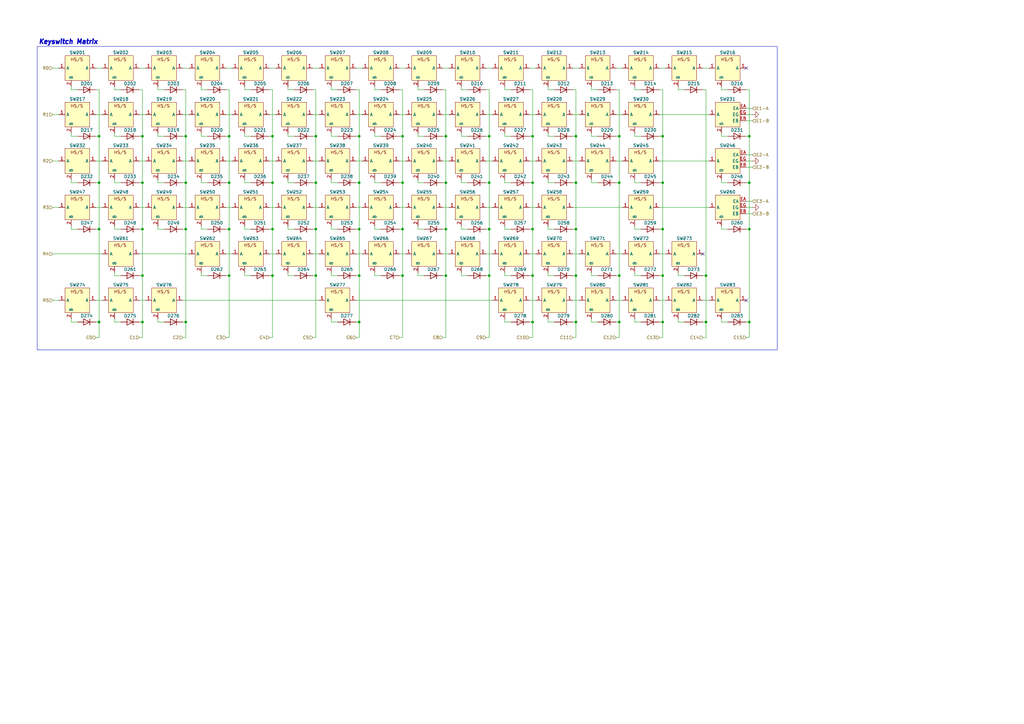
<source format=kicad_sch>
(kicad_sch (version 20231120) (generator "eeschema") (generator_version "8.0")
  (paper "A3")
  (title_block (title "x83") (date "2024-04-26") (rev "1") (company "Scott CJX"))
  (junction (at 58.42 93.98))
  (junction (at 93.98 113.03))
  (junction (at 182.88 113.03))
  (junction (at 182.88 93.98))
  (junction (at 200.66 74.93))
  (junction (at 165.1 113.03))
  (junction (at 289.56 113.03))
  (junction (at 218.44 93.98))
  (junction (at 182.88 74.93))
  (junction (at 254 132.08))
  (junction (at 307.34 74.93))
  (junction (at 40.64 132.08))
  (junction (at 200.66 93.98))
  (junction (at 147.32 113.03))
  (junction (at 271.78 55.88))
  (junction (at 218.44 74.93))
  (junction (at 58.42 113.03))
  (junction (at 111.76 55.88))
  (junction (at 40.64 93.98))
  (junction (at 200.66 55.88))
  (junction (at 289.56 132.08))
  (junction (at 93.98 93.98))
  (junction (at 147.32 55.88))
  (junction (at 271.78 74.93))
  (junction (at 147.32 74.93))
  (junction (at 165.1 55.88))
  (junction (at 58.42 55.88))
  (junction (at 58.42 132.08))
  (junction (at 218.44 132.08))
  (junction (at 271.78 132.08))
  (junction (at 129.54 74.93))
  (junction (at 129.54 113.03))
  (junction (at 307.34 55.88))
  (junction (at 254 55.88))
  (junction (at 111.76 74.93))
  (junction (at 165.1 74.93))
  (junction (at 236.22 113.03))
  (junction (at 165.1 93.98))
  (junction (at 76.2 55.88))
  (junction (at 236.22 93.98))
  (junction (at 76.2 93.98))
  (junction (at 271.78 93.98))
  (junction (at 76.2 74.93))
  (junction (at 271.78 113.03))
  (junction (at 307.34 93.98))
  (junction (at 236.22 74.93))
  (junction (at 93.98 74.93))
  (junction (at 254 113.03))
  (junction (at 147.32 93.98))
  (junction (at 58.42 74.93))
  (junction (at 40.64 74.93))
  (junction (at 307.34 132.08))
  (junction (at 129.54 93.98))
  (junction (at 129.54 55.88))
  (junction (at 93.98 55.88))
  (junction (at 111.76 113.03))
  (junction (at 218.44 113.03))
  (junction (at 111.76 93.98))
  (junction (at 236.22 132.08))
  (junction (at 218.44 55.88))
  (junction (at 40.64 55.88))
  (junction (at 182.88 55.88))
  (junction (at 76.2 132.08))
  (junction (at 236.22 55.88))
  (junction (at 200.66 113.03))
  (junction (at 254 74.93))
  (junction (at 147.32 132.08))
  (no_connect (at 306.07 27.94))
  (no_connect (at 306.07 123.19))
  (no_connect (at 288.29 104.14))
  (wire (pts (xy 278.13 130.81) (xy 278.13 132.08)))
  (wire (pts (xy 76.2 138.43) (xy 76.2 132.08)))
  (wire (pts (xy 207.01 113.03) (xy 209.55 113.03)))
  (wire (pts (xy 29.21 73.66) (xy 29.21 74.93)))
  (wire (pts (xy 74.93 138.43) (xy 76.2 138.43)))
  (wire (pts (xy 224.79 35.56) (xy 224.79 36.83)))
  (wire (pts (xy 58.42 36.83) (xy 57.15 36.83)))
  (wire (pts (xy 74.93 132.08) (xy 76.2 132.08)))
  (wire (pts (xy 135.89 54.61) (xy 135.89 55.88)))
  (wire (pts (xy 242.57 55.88) (xy 245.11 55.88)))
  (wire (pts (xy 40.64 93.98) (xy 40.64 74.93)))
  (wire (pts (xy 163.83 74.93) (xy 165.1 74.93)))
  (wire (pts (xy 278.13 111.76) (xy 278.13 113.03)))
  (wire (pts (xy 135.89 35.56) (xy 135.89 36.83)))
  (wire (pts (xy 224.79 73.66) (xy 224.79 74.93)))
  (wire (pts (xy 182.88 55.88) (xy 182.88 36.83)))
  (wire (pts (xy 234.95 138.43) (xy 236.22 138.43)))
  (wire (pts (xy 260.35 111.76) (xy 260.35 113.03)))
  (wire (pts (xy 41.91 123.19) (xy 39.37 123.19)))
  (wire (pts (xy 146.05 123.19) (xy 201.93 123.19)))
  (wire (pts (xy 181.61 93.98) (xy 182.88 93.98)))
  (wire (pts (xy 200.66 93.98) (xy 200.66 74.93)))
  (wire (pts (xy 171.45 55.88) (xy 173.99 55.88)))
  (wire (pts (xy 57.15 138.43) (xy 58.42 138.43)))
  (wire (pts (xy 171.45 36.83) (xy 173.99 36.83)))
  (wire (pts (xy 171.45 111.76) (xy 171.45 113.03)))
  (wire (pts (xy 218.44 138.43) (xy 218.44 132.08)))
  (wire (pts (xy 146.05 74.93) (xy 147.32 74.93)))
  (wire (pts (xy 189.23 113.03) (xy 191.77 113.03)))
  (wire (pts (xy 82.55 92.71) (xy 82.55 93.98)))
  (wire (pts (xy 29.21 74.93) (xy 31.75 74.93)))
  (wire (pts (xy 171.45 73.66) (xy 171.45 74.93)))
  (wire (pts (xy 46.99 54.61) (xy 46.99 55.88)))
  (wire (pts (xy 260.35 132.08) (xy 262.89 132.08)))
  (wire (pts (xy 165.1 113.03) (xy 165.1 138.43)))
  (wire (pts (xy 82.55 55.88) (xy 85.09 55.88)))
  (wire (pts (xy 74.93 123.19) (xy 130.81 123.19)))
  (wire (pts (xy 290.83 27.94) (xy 288.29 27.94)))
  (wire (pts (xy 189.23 93.98) (xy 191.77 93.98)))
  (wire (pts (xy 201.93 27.94) (xy 199.39 27.94)))
  (wire (pts (xy 93.98 113.03) (xy 93.98 138.43)))
  (wire (pts (xy 237.49 46.99) (xy 234.95 46.99)))
  (wire (pts (xy 129.54 55.88) (xy 129.54 36.83)))
  (wire (pts (xy 242.57 130.81) (xy 242.57 132.08)))
  (wire (pts (xy 74.93 55.88) (xy 76.2 55.88)))
  (wire (pts (xy 29.21 36.83) (xy 31.75 36.83)))
  (wire (pts (xy 46.99 130.81) (xy 46.99 132.08)))
  (wire (pts (xy 64.77 132.08) (xy 67.31 132.08)))
  (wire (pts (xy 76.2 93.98) (xy 76.2 74.93)))
  (wire (pts (xy 200.66 113.03) (xy 199.39 113.03)))
  (wire (pts (xy 92.71 93.98) (xy 93.98 93.98)))
  (wire (pts (xy 58.42 55.88) (xy 58.42 36.83)))
  (wire (pts (xy 92.71 74.93) (xy 93.98 74.93)))
  (wire (pts (xy 46.99 93.98) (xy 49.53 93.98)))
  (wire (pts (xy 236.22 93.98) (xy 236.22 113.03)))
  (wire (pts (xy 289.56 113.03) (xy 288.29 113.03)))
  (wire (pts (xy 165.1 113.03) (xy 163.83 113.03)))
  (wire (pts (xy 46.99 36.83) (xy 49.53 36.83)))
  (wire (pts (xy 93.98 55.88) (xy 93.98 36.83)))
  (wire (pts (xy 189.23 36.83) (xy 191.77 36.83)))
  (wire (pts (xy 29.21 35.56) (xy 29.21 36.83)))
  (wire (pts (xy 163.83 55.88) (xy 165.1 55.88)))
  (wire (pts (xy 252.73 104.14) (xy 255.27 104.14)))
  (wire (pts (xy 39.37 93.98) (xy 40.64 93.98)))
  (wire (pts (xy 260.35 55.88) (xy 262.89 55.88)))
  (wire (pts (xy 306.07 138.43) (xy 307.34 138.43)))
  (wire (pts (xy 76.2 74.93) (xy 76.2 55.88)))
  (wire (pts (xy 236.22 138.43) (xy 236.22 132.08)))
  (wire (pts (xy 21.59 46.99) (xy 24.13 46.99)))
  (wire (pts (xy 218.44 55.88) (xy 218.44 36.83)))
  (wire (pts (xy 260.35 93.98) (xy 262.89 93.98)))
  (wire (pts (xy 74.93 93.98) (xy 76.2 93.98)))
  (wire (pts (xy 29.21 132.08) (xy 31.75 132.08)))
  (wire (pts (xy 95.25 66.04) (xy 92.71 66.04)))
  (wire (pts (xy 59.69 85.09) (xy 57.15 85.09)))
  (wire (pts (xy 77.47 46.99) (xy 74.93 46.99)))
  (wire (pts (xy 242.57 113.03) (xy 245.11 113.03)))
  (wire (pts (xy 64.77 130.81) (xy 64.77 132.08)))
  (wire (pts (xy 21.59 123.19) (xy 24.13 123.19)))
  (wire (pts (xy 306.07 85.09) (xy 308.61 85.09)))
  (wire (pts (xy 184.15 46.99) (xy 181.61 46.99)))
  (wire (pts (xy 40.64 55.88) (xy 40.64 36.83)))
  (wire (pts (xy 295.91 92.71) (xy 295.91 93.98)))
  (wire (pts (xy 295.91 55.88) (xy 298.45 55.88)))
  (wire (pts (xy 234.95 93.98) (xy 236.22 93.98)))
  (wire (pts (xy 270.51 85.09) (xy 290.83 85.09)))
  (wire (pts (xy 295.91 73.66) (xy 295.91 74.93)))
  (wire (pts (xy 252.73 74.93) (xy 254 74.93)))
  (wire (pts (xy 307.34 138.43) (xy 307.34 132.08)))
  (wire (pts (xy 207.01 74.93) (xy 209.55 74.93)))
  (wire (pts (xy 129.54 113.03) (xy 129.54 93.98)))
  (wire (pts (xy 270.51 46.99) (xy 290.83 46.99)))
  (wire (pts (xy 200.66 113.03) (xy 200.66 93.98)))
  (wire (pts (xy 278.13 36.83) (xy 280.67 36.83)))
  (wire (pts (xy 260.35 35.56) (xy 260.35 36.83)))
  (wire (pts (xy 307.34 36.83) (xy 306.07 36.83)))
  (wire (pts (xy 93.98 113.03) (xy 92.71 113.03)))
  (wire (pts (xy 199.39 55.88) (xy 200.66 55.88)))
  (wire (pts (xy 29.21 130.81) (xy 29.21 132.08)))
  (wire (pts (xy 199.39 93.98) (xy 200.66 93.98)))
  (wire (pts (xy 46.99 92.71) (xy 46.99 93.98)))
  (wire (pts (xy 166.37 46.99) (xy 163.83 46.99)))
  (wire (pts (xy 219.71 123.19) (xy 217.17 123.19)))
  (wire (pts (xy 153.67 92.71) (xy 153.67 93.98)))
  (wire (pts (xy 224.79 130.81) (xy 224.79 132.08)))
  (wire (pts (xy 93.98 36.83) (xy 92.71 36.83)))
  (wire (pts (xy 92.71 55.88) (xy 93.98 55.88)))
  (wire (pts (xy 135.89 113.03) (xy 138.43 113.03)))
  (wire (pts (xy 93.98 113.03) (xy 93.98 93.98)))
  (wire (pts (xy 40.64 36.83) (xy 39.37 36.83)))
  (wire (pts (xy 100.33 92.71) (xy 100.33 93.98)))
  (wire (pts (xy 129.54 113.03) (xy 129.54 138.43)))
  (wire (pts (xy 118.11 93.98) (xy 120.65 93.98)))
  (wire (pts (xy 207.01 132.08) (xy 209.55 132.08)))
  (wire (pts (xy 255.27 46.99) (xy 252.73 46.99)))
  (wire (pts (xy 207.01 35.56) (xy 207.01 36.83)))
  (wire (pts (xy 92.71 138.43) (xy 93.98 138.43)))
  (wire (pts (xy 118.11 54.61) (xy 118.11 55.88)))
  (wire (pts (xy 224.79 36.83) (xy 227.33 36.83)))
  (wire (pts (xy 184.15 27.94) (xy 181.61 27.94)))
  (wire (pts (xy 153.67 36.83) (xy 156.21 36.83)))
  (wire (pts (xy 153.67 111.76) (xy 153.67 113.03)))
  (wire (pts (xy 295.91 35.56) (xy 295.91 36.83)))
  (wire (pts (xy 217.17 132.08) (xy 218.44 132.08)))
  (wire (pts (xy 21.59 66.04) (xy 24.13 66.04)))
  (wire (pts (xy 254 138.43) (xy 254 132.08)))
  (wire (pts (xy 207.01 36.83) (xy 209.55 36.83)))
  (wire (pts (xy 118.11 55.88) (xy 120.65 55.88)))
  (wire (pts (xy 255.27 66.04) (xy 252.73 66.04)))
  (wire (pts (xy 234.95 85.09) (xy 255.27 85.09)))
  (wire (pts (xy 218.44 36.83) (xy 217.17 36.83)))
  (wire (pts (xy 21.59 104.14) (xy 41.91 104.14)))
  (wire (pts (xy 306.07 55.88) (xy 307.34 55.88)))
  (wire (pts (xy 135.89 74.93) (xy 138.43 74.93)))
  (wire (pts (xy 219.71 27.94) (xy 217.17 27.94)))
  (wire (pts (xy 171.45 74.93) (xy 173.99 74.93)))
  (wire (pts (xy 224.79 54.61) (xy 224.79 55.88)))
  (wire (pts (xy 217.17 138.43) (xy 218.44 138.43)))
  (wire (pts (xy 148.59 85.09) (xy 146.05 85.09)))
  (wire (pts (xy 207.01 111.76) (xy 207.01 113.03)))
  (wire (pts (xy 46.99 111.76) (xy 46.99 113.03)))
  (wire (pts (xy 153.67 113.03) (xy 156.21 113.03)))
  (wire (pts (xy 153.67 74.93) (xy 156.21 74.93)))
  (wire (pts (xy 200.66 74.93) (xy 200.66 55.88)))
  (wire (pts (xy 113.03 66.04) (xy 110.49 66.04)))
  (wire (pts (xy 270.51 55.88) (xy 271.78 55.88)))
  (wire (pts (xy 118.11 74.93) (xy 120.65 74.93)))
  (wire (pts (xy 199.39 138.43) (xy 200.66 138.43)))
  (wire (pts (xy 308.61 87.63) (xy 306.07 87.63)))
  (wire (pts (xy 166.37 104.14) (xy 163.83 104.14)))
  (wire (pts (xy 254 74.93) (xy 254 55.88)))
  (wire (pts (xy 189.23 111.76) (xy 189.23 113.03)))
  (wire (pts (xy 82.55 36.83) (xy 85.09 36.83)))
  (wire (pts (xy 278.13 132.08) (xy 280.67 132.08)))
  (wire (pts (xy 135.89 111.76) (xy 135.89 113.03)))
  (wire (pts (xy 113.03 46.99) (xy 110.49 46.99)))
  (wire (pts (xy 308.61 68.58) (xy 306.07 68.58)))
  (wire (pts (xy 153.67 54.61) (xy 153.67 55.88)))
  (wire (pts (xy 201.93 66.04) (xy 199.39 66.04)))
  (wire (pts (xy 254 55.88) (xy 254 36.83)))
  (wire (pts (xy 242.57 73.66) (xy 242.57 74.93)))
  (wire (pts (xy 271.78 138.43) (xy 271.78 132.08)))
  (wire (pts (xy 234.95 113.03) (xy 236.22 113.03)))
  (wire (pts (xy 289.56 36.83) (xy 288.29 36.83)))
  (wire (pts (xy 289.56 132.08) (xy 289.56 113.03)))
  (wire (pts (xy 165.1 36.83) (xy 163.83 36.83)))
  (wire (pts (xy 217.17 74.93) (xy 218.44 74.93)))
  (wire (pts (xy 260.35 36.83) (xy 262.89 36.83)))
  (wire (pts (xy 57.15 132.08) (xy 58.42 132.08)))
  (wire (pts (xy 128.27 74.93) (xy 129.54 74.93)))
  (wire (pts (xy 182.88 113.03) (xy 182.88 93.98)))
  (wire (pts (xy 100.33 113.03) (xy 102.87 113.03)))
  (wire (pts (xy 135.89 93.98) (xy 138.43 93.98)))
  (wire (pts (xy 200.66 55.88) (xy 200.66 36.83)))
  (wire (pts (xy 59.69 46.99) (xy 57.15 46.99)))
  (wire (pts (xy 110.49 138.43) (xy 111.76 138.43)))
  (wire (pts (xy 218.44 93.98) (xy 218.44 74.93)))
  (wire (pts (xy 260.35 73.66) (xy 260.35 74.93)))
  (wire (pts (xy 147.32 138.43) (xy 147.32 132.08)))
  (wire (pts (xy 165.1 93.98) (xy 165.1 74.93)))
  (wire (pts (xy 242.57 36.83) (xy 245.11 36.83)))
  (wire (pts (xy 41.91 46.99) (xy 39.37 46.99)))
  (wire (pts (xy 295.91 132.08) (xy 298.45 132.08)))
  (wire (pts (xy 308.61 63.5) (xy 306.07 63.5)))
  (wire (pts (xy 184.15 66.04) (xy 181.61 66.04)))
  (wire (pts (xy 255.27 123.19) (xy 252.73 123.19)))
  (wire (pts (xy 207.01 93.98) (xy 209.55 93.98)))
  (wire (pts (xy 219.71 66.04) (xy 217.17 66.04)))
  (wire (pts (xy 252.73 132.08) (xy 254 132.08)))
  (wire (pts (xy 46.99 73.66) (xy 46.99 74.93)))
  (wire (pts (xy 40.64 74.93) (xy 40.64 55.88)))
  (wire (pts (xy 201.93 104.14) (xy 199.39 104.14)))
  (wire (pts (xy 219.71 85.09) (xy 217.17 85.09)))
  (wire (pts (xy 146.05 55.88) (xy 147.32 55.88)))
  (wire (pts (xy 271.78 55.88) (xy 271.78 36.83)))
  (wire (pts (xy 100.33 74.93) (xy 102.87 74.93)))
  (wire (pts (xy 153.67 73.66) (xy 153.67 74.93)))
  (wire (pts (xy 39.37 132.08) (xy 40.64 132.08)))
  (wire (pts (xy 201.93 85.09) (xy 199.39 85.09)))
  (wire (pts (xy 260.35 92.71) (xy 260.35 93.98)))
  (wire (pts (xy 171.45 113.03) (xy 173.99 113.03)))
  (wire (pts (xy 46.99 113.03) (xy 49.53 113.03)))
  (wire (pts (xy 147.32 113.03) (xy 146.05 113.03)))
  (wire (pts (xy 64.77 93.98) (xy 67.31 93.98)))
  (wire (pts (xy 118.11 113.03) (xy 120.65 113.03)))
  (wire (pts (xy 218.44 74.93) (xy 218.44 55.88)))
  (wire (pts (xy 118.11 111.76) (xy 118.11 113.03)))
  (wire (pts (xy 171.45 93.98) (xy 173.99 93.98)))
  (wire (pts (xy 39.37 55.88) (xy 40.64 55.88)))
  (wire (pts (xy 171.45 54.61) (xy 171.45 55.88)))
  (wire (pts (xy 41.91 66.04) (xy 39.37 66.04)))
  (wire (pts (xy 189.23 92.71) (xy 189.23 93.98)))
  (wire (pts (xy 100.33 93.98) (xy 102.87 93.98)))
  (wire (pts (xy 254 36.83) (xy 252.73 36.83)))
  (wire (pts (xy 100.33 55.88) (xy 102.87 55.88)))
  (wire (pts (xy 153.67 35.56) (xy 153.67 36.83)))
  (wire (pts (xy 295.91 130.81) (xy 295.91 132.08)))
  (wire (pts (xy 199.39 74.93) (xy 200.66 74.93)))
  (wire (pts (xy 289.56 138.43) (xy 289.56 132.08)))
  (wire (pts (xy 295.91 54.61) (xy 295.91 55.88)))
  (wire (pts (xy 224.79 74.93) (xy 227.33 74.93)))
  (wire (pts (xy 64.77 36.83) (xy 67.31 36.83)))
  (wire (pts (xy 64.77 74.93) (xy 67.31 74.93)))
  (wire (pts (xy 129.54 36.83) (xy 128.27 36.83)))
  (wire (pts (xy 182.88 36.83) (xy 181.61 36.83)))
  (wire (pts (xy 100.33 54.61) (xy 100.33 55.88)))
  (wire (pts (xy 189.23 55.88) (xy 191.77 55.88)))
  (wire (pts (xy 307.34 93.98) (xy 307.34 74.93)))
  (wire (pts (xy 182.88 113.03) (xy 181.61 113.03)))
  (wire (pts (xy 95.25 85.09) (xy 92.71 85.09)))
  (wire (pts (xy 76.2 93.98) (xy 76.2 132.08)))
  (wire (pts (xy 271.78 74.93) (xy 271.78 93.98)))
  (wire (pts (xy 76.2 55.88) (xy 76.2 36.83)))
  (wire (pts (xy 100.33 73.66) (xy 100.33 74.93)))
  (wire (pts (xy 82.55 93.98) (xy 85.09 93.98)))
  (wire (pts (xy 113.03 85.09) (xy 110.49 85.09)))
  (wire (pts (xy 237.49 123.19) (xy 234.95 123.19)))
  (wire (pts (xy 181.61 55.88) (xy 182.88 55.88)))
  (wire (pts (xy 128.27 93.98) (xy 129.54 93.98)))
  (wire (pts (xy 40.64 93.98) (xy 40.64 132.08)))
  (wire (pts (xy 236.22 74.93) (xy 236.22 93.98)))
  (wire (pts (xy 111.76 55.88) (xy 111.76 36.83)))
  (wire (pts (xy 207.01 54.61) (xy 207.01 55.88)))
  (wire (pts (xy 295.91 36.83) (xy 298.45 36.83)))
  (wire (pts (xy 219.71 46.99) (xy 217.17 46.99)))
  (wire (pts (xy 306.07 93.98) (xy 307.34 93.98)))
  (wire (pts (xy 278.13 35.56) (xy 278.13 36.83)))
  (wire (pts (xy 100.33 36.83) (xy 102.87 36.83)))
  (wire (pts (xy 59.69 123.19) (xy 57.15 123.19)))
  (wire (pts (xy 130.81 66.04) (xy 128.27 66.04)))
  (wire (pts (xy 95.25 46.99) (xy 92.71 46.99)))
  (wire (pts (xy 148.59 104.14) (xy 146.05 104.14)))
  (wire (pts (xy 224.79 111.76) (xy 224.79 113.03)))
  (wire (pts (xy 135.89 92.71) (xy 135.89 93.98)))
  (wire (pts (xy 113.03 27.94) (xy 110.49 27.94)))
  (wire (pts (xy 39.37 74.93) (xy 40.64 74.93)))
  (wire (pts (xy 189.23 73.66) (xy 189.23 74.93)))
  (wire (pts (xy 252.73 55.88) (xy 254 55.88)))
  (wire (pts (xy 307.34 55.88) (xy 307.34 36.83)))
  (wire (pts (xy 46.99 74.93) (xy 49.53 74.93)))
  (wire (pts (xy 64.77 54.61) (xy 64.77 55.88)))
  (wire (pts (xy 306.07 66.04) (xy 308.61 66.04)))
  (wire (pts (xy 181.61 138.43) (xy 182.88 138.43)))
  (wire (pts (xy 288.29 138.43) (xy 289.56 138.43)))
  (wire (pts (xy 118.11 73.66) (xy 118.11 74.93)))
  (wire (pts (xy 110.49 93.98) (xy 111.76 93.98)))
  (wire (pts (xy 242.57 132.08) (xy 245.11 132.08)))
  (wire (pts (xy 82.55 74.93) (xy 85.09 74.93)))
  (wire (pts (xy 153.67 55.88) (xy 156.21 55.88)))
  (wire (pts (xy 59.69 66.04) (xy 57.15 66.04)))
  (wire (pts (xy 135.89 73.66) (xy 135.89 74.93)))
  (wire (pts (xy 273.05 123.19) (xy 270.51 123.19)))
  (wire (pts (xy 64.77 55.88) (xy 67.31 55.88)))
  (wire (pts (xy 64.77 73.66) (xy 64.77 74.93)))
  (wire (pts (xy 57.15 55.88) (xy 58.42 55.88)))
  (wire (pts (xy 82.55 54.61) (xy 82.55 55.88)))
  (wire (pts (xy 57.15 93.98) (xy 58.42 93.98)))
  (wire (pts (xy 219.71 104.14) (xy 217.17 104.14)))
  (wire (pts (xy 234.95 74.93) (xy 236.22 74.93)))
  (wire (pts (xy 270.51 74.93) (xy 271.78 74.93)))
  (wire (pts (xy 217.17 93.98) (xy 218.44 93.98)))
  (wire (pts (xy 288.29 132.08) (xy 289.56 132.08)))
  (wire (pts (xy 146.05 132.08) (xy 147.32 132.08)))
  (wire (pts (xy 77.47 66.04) (xy 74.93 66.04)))
  (wire (pts (xy 118.11 35.56) (xy 118.11 36.83)))
  (wire (pts (xy 148.59 27.94) (xy 146.05 27.94)))
  (wire (pts (xy 260.35 74.93) (xy 262.89 74.93)))
  (wire (pts (xy 182.88 74.93) (xy 182.88 55.88)))
  (wire (pts (xy 130.81 85.09) (xy 128.27 85.09)))
  (wire (pts (xy 184.15 85.09) (xy 181.61 85.09)))
  (wire (pts (xy 236.22 113.03) (xy 236.22 132.08)))
  (wire (pts (xy 224.79 93.98) (xy 227.33 93.98)))
  (wire (pts (xy 295.91 93.98) (xy 298.45 93.98)))
  (wire (pts (xy 234.95 55.88) (xy 236.22 55.88)))
  (wire (pts (xy 200.66 36.83) (xy 199.39 36.83)))
  (wire (pts (xy 163.83 138.43) (xy 165.1 138.43)))
  (wire (pts (xy 148.59 66.04) (xy 146.05 66.04)))
  (wire (pts (xy 82.55 113.03) (xy 85.09 113.03)))
  (wire (pts (xy 307.34 93.98) (xy 307.34 132.08)))
  (wire (pts (xy 273.05 104.14) (xy 270.51 104.14)))
  (wire (pts (xy 82.55 73.66) (xy 82.55 74.93)))
  (wire (pts (xy 181.61 74.93) (xy 182.88 74.93)))
  (wire (pts (xy 207.01 55.88) (xy 209.55 55.88)))
  (wire (pts (xy 218.44 113.03) (xy 217.17 113.03)))
  (wire (pts (xy 58.42 138.43) (xy 58.42 132.08)))
  (wire (pts (xy 21.59 85.09) (xy 24.13 85.09)))
  (wire (pts (xy 40.64 138.43) (xy 40.64 132.08)))
  (wire (pts (xy 242.57 35.56) (xy 242.57 36.83)))
  (wire (pts (xy 135.89 132.08) (xy 138.43 132.08)))
  (wire (pts (xy 148.59 46.99) (xy 146.05 46.99)))
  (wire (pts (xy 21.59 27.94) (xy 24.13 27.94)))
  (wire (pts (xy 93.98 74.93) (xy 93.98 55.88)))
  (wire (pts (xy 95.25 27.94) (xy 92.71 27.94)))
  (wire (pts (xy 111.76 93.98) (xy 111.76 74.93)))
  (wire (pts (xy 39.37 138.43) (xy 40.64 138.43)))
  (wire (pts (xy 113.03 104.14) (xy 110.49 104.14)))
  (wire (pts (xy 278.13 113.03) (xy 280.67 113.03)))
  (wire (pts (xy 163.83 93.98) (xy 165.1 93.98)))
  (wire (pts (xy 118.11 92.71) (xy 118.11 93.98)))
  (wire (pts (xy 147.32 36.83) (xy 146.05 36.83)))
  (wire (pts (xy 189.23 54.61) (xy 189.23 55.88)))
  (wire (pts (xy 130.81 46.99) (xy 128.27 46.99)))
  (wire (pts (xy 308.61 49.53) (xy 306.07 49.53)))
  (wire (pts (xy 307.34 74.93) (xy 307.34 55.88)))
  (wire (pts (xy 59.69 27.94) (xy 57.15 27.94)))
  (wire (pts (xy 271.78 132.08) (xy 271.78 113.03)))
  (wire (pts (xy 207.01 130.81) (xy 207.01 132.08)))
  (wire (pts (xy 207.01 92.71) (xy 207.01 93.98)))
  (wire (pts (xy 242.57 74.93) (xy 245.11 74.93)))
  (wire (pts (xy 135.89 36.83) (xy 138.43 36.83)))
  (wire (pts (xy 130.81 104.14) (xy 128.27 104.14)))
  (wire (pts (xy 64.77 92.71) (xy 64.77 93.98)))
  (wire (pts (xy 254 74.93) (xy 254 113.03)))
  (wire (pts (xy 111.76 113.03) (xy 110.49 113.03)))
  (wire (pts (xy 58.42 132.08) (xy 58.42 113.03)))
  (wire (pts (xy 29.21 92.71) (xy 29.21 93.98)))
  (wire (pts (xy 46.99 35.56) (xy 46.99 36.83)))
  (wire (pts (xy 224.79 55.88) (xy 227.33 55.88)))
  (wire (pts (xy 207.01 73.66) (xy 207.01 74.93)))
  (wire (pts (xy 189.23 35.56) (xy 189.23 36.83)))
  (wire (pts (xy 77.47 85.09) (xy 74.93 85.09)))
  (wire (pts (xy 234.95 132.08) (xy 236.22 132.08)))
  (wire (pts (xy 58.42 113.03) (xy 57.15 113.03)))
  (wire (pts (xy 29.21 93.98) (xy 31.75 93.98)))
  (wire (pts (xy 171.45 92.71) (xy 171.45 93.98)))
  (wire (pts (xy 128.27 55.88) (xy 129.54 55.88)))
  (wire (pts (xy 270.51 93.98) (xy 271.78 93.98)))
  (wire (pts (xy 130.81 27.94) (xy 128.27 27.94)))
  (wire (pts (xy 260.35 54.61) (xy 260.35 55.88)))
  (wire (pts (xy 224.79 132.08) (xy 227.33 132.08)))
  (wire (pts (xy 46.99 55.88) (xy 49.53 55.88)))
  (wire (pts (xy 41.91 27.94) (xy 39.37 27.94)))
  (wire (pts (xy 111.76 113.03) (xy 111.76 138.43)))
  (wire (pts (xy 147.32 132.08) (xy 147.32 113.03)))
  (wire (pts (xy 58.42 113.03) (xy 58.42 93.98)))
  (wire (pts (xy 201.93 46.99) (xy 199.39 46.99)))
  (wire (pts (xy 100.33 111.76) (xy 100.33 113.03)))
  (wire (pts (xy 270.51 66.04) (xy 290.83 66.04)))
  (wire (pts (xy 165.1 74.93) (xy 165.1 55.88)))
  (wire (pts (xy 41.91 85.09) (xy 39.37 85.09)))
  (wire (pts (xy 189.23 74.93) (xy 191.77 74.93)))
  (wire (pts (xy 260.35 130.81) (xy 260.35 132.08)))
  (wire (pts (xy 182.88 93.98) (xy 182.88 74.93)))
  (wire (pts (xy 29.21 54.61) (xy 29.21 55.88)))
  (wire (pts (xy 252.73 113.03) (xy 254 113.03)))
  (wire (pts (xy 111.76 113.03) (xy 111.76 93.98)))
  (wire (pts (xy 271.78 74.93) (xy 271.78 55.88)))
  (wire (pts (xy 111.76 74.93) (xy 111.76 55.88)))
  (wire (pts (xy 111.76 36.83) (xy 110.49 36.83)))
  (wire (pts (xy 147.32 113.03) (xy 147.32 93.98)))
  (wire (pts (xy 242.57 54.61) (xy 242.57 55.88)))
  (wire (pts (xy 254 113.03) (xy 254 132.08)))
  (wire (pts (xy 218.44 113.03) (xy 218.44 93.98)))
  (wire (pts (xy 271.78 36.83) (xy 270.51 36.83)))
  (wire (pts (xy 306.07 74.93) (xy 307.34 74.93)))
  (wire (pts (xy 260.35 113.03) (xy 262.89 113.03)))
  (wire (pts (xy 252.73 138.43) (xy 254 138.43)))
  (wire (pts (xy 236.22 55.88) (xy 236.22 36.83)))
  (wire (pts (xy 135.89 55.88) (xy 138.43 55.88)))
  (wire (pts (xy 217.17 55.88) (xy 218.44 55.88)))
  (wire (pts (xy 306.07 46.99) (xy 308.61 46.99)))
  (wire (pts (xy 82.55 35.56) (xy 82.55 36.83)))
  (wire (pts (xy 166.37 85.09) (xy 163.83 85.09)))
  (wire (pts (xy 29.21 55.88) (xy 31.75 55.88)))
  (wire (pts (xy 58.42 74.93) (xy 58.42 55.88)))
  (wire (pts (xy 182.88 113.03) (xy 182.88 138.43)))
  (wire (pts (xy 146.05 138.43) (xy 147.32 138.43)))
  (wire (pts (xy 171.45 35.56) (xy 171.45 36.83)))
  (wire (pts (xy 76.2 36.83) (xy 74.93 36.83)))
  (wire (pts (xy 118.11 36.83) (xy 120.65 36.83)))
  (wire (pts (xy 271.78 113.03) (xy 270.51 113.03)))
  (wire (pts (xy 218.44 132.08) (xy 218.44 113.03)))
  (wire (pts (xy 295.91 74.93) (xy 298.45 74.93)))
  (wire (pts (xy 242.57 111.76) (xy 242.57 113.03)))
  (wire (pts (xy 271.78 93.98) (xy 271.78 113.03)))
  (wire (pts (xy 129.54 113.03) (xy 128.27 113.03)))
  (wire (pts (xy 234.95 104.14) (xy 237.49 104.14)))
  (wire (pts (xy 290.83 123.19) (xy 288.29 123.19)))
  (wire (pts (xy 57.15 104.14) (xy 77.47 104.14)))
  (wire (pts (xy 184.15 104.14) (xy 181.61 104.14)))
  (wire (pts (xy 64.77 35.56) (xy 64.77 36.83)))
  (wire (pts (xy 289.56 36.83) (xy 289.56 113.03)))
  (wire (pts (xy 236.22 36.83) (xy 234.95 36.83)))
  (wire (pts (xy 165.1 55.88) (xy 165.1 36.83)))
  (wire (pts (xy 306.07 132.08) (xy 307.34 132.08)))
  (wire (pts (xy 58.42 93.98) (xy 58.42 74.93)))
  (wire (pts (xy 200.66 113.03) (xy 200.66 138.43)))
  (wire (pts (xy 308.61 44.45) (xy 306.07 44.45)))
  (wire (pts (xy 147.32 93.98) (xy 147.32 74.93)))
  (wire (pts (xy 224.79 92.71) (xy 224.79 93.98)))
  (wire (pts (xy 165.1 113.03) (xy 165.1 93.98)))
  (wire (pts (xy 273.05 27.94) (xy 270.51 27.94)))
  (wire (pts (xy 236.22 74.93) (xy 236.22 55.88)))
  (wire (pts (xy 46.99 132.08) (xy 49.53 132.08)))
  (wire (pts (xy 166.37 66.04) (xy 163.83 66.04)))
  (wire (pts (xy 135.89 130.81) (xy 135.89 132.08)))
  (wire (pts (xy 237.49 27.94) (xy 234.95 27.94)))
  (wire (pts (xy 166.37 27.94) (xy 163.83 27.94)))
  (wire (pts (xy 308.61 82.55) (xy 306.07 82.55)))
  (wire (pts (xy 224.79 113.03) (xy 227.33 113.03)))
  (wire (pts (xy 237.49 66.04) (xy 234.95 66.04)))
  (wire (pts (xy 95.25 104.14) (xy 92.71 104.14)))
  (wire (pts (xy 93.98 93.98) (xy 93.98 74.93)))
  (wire (pts (xy 129.54 74.93) (xy 129.54 55.88)))
  (wire (pts (xy 74.93 74.93) (xy 76.2 74.93)))
  (wire (pts (xy 255.27 27.94) (xy 252.73 27.94)))
  (wire (pts (xy 100.33 35.56) (xy 100.33 36.83)))
  (wire (pts (xy 129.54 93.98) (xy 129.54 74.93)))
  (wire (pts (xy 270.51 132.08) (xy 271.78 132.08)))
  (wire (pts (xy 146.05 93.98) (xy 147.32 93.98)))
  (wire (pts (xy 128.27 138.43) (xy 129.54 138.43)))
  (wire (pts (xy 77.47 27.94) (xy 74.93 27.94)))
  (wire (pts (xy 110.49 55.88) (xy 111.76 55.88)))
  (wire (pts (xy 153.67 93.98) (xy 156.21 93.98)))
  (wire (pts (xy 270.51 138.43) (xy 271.78 138.43)))
  (wire (pts (xy 147.32 74.93) (xy 147.32 55.88)))
  (wire (pts (xy 110.49 74.93) (xy 111.76 74.93)))
  (wire (pts (xy 147.32 55.88) (xy 147.32 36.83)))
  (wire (pts (xy 82.55 111.76) (xy 82.55 113.03)))
  (wire (pts (xy 57.15 74.93) (xy 58.42 74.93)))
  (rectangle (start 15.24 19.05) (end 318.77 143.51))
  (text "Keyswitch Matrix" (at 15.748 17.272 0) (effects (font (size 1.905 1.905) (thickness 1.016) (bold yes) (italic yes)) (justify left)))
  (hierarchical_label "C12" (shape input) (at 252.73 138.43 180))
  (hierarchical_label "C4" (shape input) (at 110.49 138.43 180))
  (hierarchical_label "E3-B" (shape input) (at 308.61 87.63 0))
  (hierarchical_label "C8" (shape input) (at 181.61 138.43 180))
  (hierarchical_label "R5" (shape input) (at 21.59 123.19 180))
  (hierarchical_label "E2-B" (shape input) (at 308.61 68.58 0))
  (hierarchical_label "C2" (shape input) (at 74.93 138.43 180))
  (hierarchical_label "C15" (shape input) (at 306.07 138.43 180))
  (hierarchical_label "C7" (shape input) (at 163.83 138.43 180))
  (hierarchical_label "C11" (shape input) (at 234.95 138.43 180))
  (hierarchical_label "C9" (shape input) (at 199.39 138.43 180))
  (hierarchical_label "E1-A" (shape input) (at 308.61 44.45 0))
  (hierarchical_label "E2-A" (shape input) (at 308.61 63.5 0))
  (hierarchical_label "E3-A" (shape input) (at 308.61 82.55 0))
  (hierarchical_label "R4" (shape input) (at 21.59 104.14 180))
  (hierarchical_label "C14" (shape input) (at 288.29 138.43 180))
  (hierarchical_label "C0" (shape input) (at 39.37 138.43 180))
  (hierarchical_label "C6" (shape input) (at 146.05 138.43 180))
  (hierarchical_label "R1" (shape input) (at 21.59 46.99 180))
  (hierarchical_label "R0" (shape input) (at 21.59 27.94 180))
  (hierarchical_label "C1" (shape input) (at 57.15 138.43 180))
  (hierarchical_label "C5" (shape input) (at 128.27 138.43 180))
  (hierarchical_label "C10" (shape input) (at 217.17 138.43 180))
  (hierarchical_label "C3" (shape input) (at 92.71 138.43 180))
  (hierarchical_label "R3" (shape input) (at 21.59 85.09 180))
  (hierarchical_label "R2" (shape input) (at 21.59 66.04 180))
  (hierarchical_label "E1-B" (shape input) (at 308.61 49.53 0))
  (hierarchical_label "C13" (shape input) (at 270.51 138.43 180))
  (symbol (lib_name "sckb-parts:HS/S-keyswitch") (lib_id "sckb-parts:HS/S-keyswitch") (at 138.43 85.09 0) (unit 1)
    (property "Reference" "SW253" (at 138.43 78.74 0))
    (property "Value" "~" (at 138.43 78.74 0))
    (property "Footprint" "sckb-footprint:Optional Hotswap MX 1.00U" (effects (hide yes)))
  )
  (symbol (lib_name "sckb-parts:HS/S-keyswitch") (lib_id "sckb-parts:HS/S-keyswitch") (at 85.09 104.14 0) (unit 1)
    (property "Reference" "SW262" (at 85.09 97.79 0))
    (property "Value" "~" (at 85.09 97.79 0))
    (property "Footprint" "sckb-footprint:Optional Hotswap MX 1.00U" (effects (hide yes)))
  )
  (symbol (lib_id "Device:D") (at 231.14 132.08 0) (mirror y) (unit 1)
    (property "Reference" "D279" (at 231.14 129.54 0))
    (property "Value" "D" (effects (hide yes)))
    (property "Footprint" "Diode_SMD:D_SMA" (effects (hide yes)))
    (property "Description" "Diode" (effects (hide yes)))
    (property "Sim.Device" "D" (effects (hide yes)))
    (property "Sim.Pins" "1=K 2=A" (effects (hide yes)))
  )
  (symbol (lib_id "power:GND") (at 308.61 66.04 90) (unit 1)
    (property "Reference" "#PWR0202" (effects (hide yes)))
    (property "Value" "GND" (effects (hide yes)))
    (property "Description" "Power symbol creates a global label with name \"GND\" , ground" (effects (hide yes)))
  )
  (symbol (lib_name "sckb-parts:HS/S-keyswitch") (lib_id "sckb-parts:HS/S-keyswitch") (at 85.09 46.99 0) (unit 1)
    (property "Reference" "SW220" (at 85.09 40.64 0))
    (property "Value" "~" (at 85.09 40.64 0))
    (property "Footprint" "sckb-footprint:Optional Hotswap MX 1.00U" (effects (hide yes)))
  )
  (symbol (lib_id "Device:D") (at 231.14 93.98 0) (mirror y) (unit 1)
    (property "Reference" "D258" (at 231.14 91.44 0))
    (property "Value" "D" (effects (hide yes)))
    (property "Footprint" "Diode_SMD:D_SMA" (effects (hide yes)))
    (property "Description" "Diode" (effects (hide yes)))
    (property "Sim.Device" "D" (effects (hide yes)))
    (property "Sim.Pins" "1=K 2=A" (effects (hide yes)))
  )
  (symbol (lib_id "Device:D") (at 142.24 113.03 0) (mirror y) (unit 1)
    (property "Reference" "D265" (at 142.24 110.49 0))
    (property "Value" "D" (effects (hide yes)))
    (property "Footprint" "Diode_SMD:D_SMA" (effects (hide yes)))
    (property "Description" "Diode" (effects (hide yes)))
    (property "Sim.Device" "D" (effects (hide yes)))
    (property "Sim.Pins" "1=K 2=A" (effects (hide yes)))
  )
  (symbol (lib_id "Device:D") (at 266.7 36.83 0) (mirror y) (unit 1)
    (property "Reference" "D214" (at 266.7 34.29 0))
    (property "Value" "D" (effects (hide yes)))
    (property "Footprint" "Diode_SMD:D_SMA" (effects (hide yes)))
    (property "Description" "Diode" (effects (hide yes)))
    (property "Sim.Device" "D" (effects (hide yes)))
    (property "Sim.Pins" "1=K 2=A" (effects (hide yes)))
  )
  (symbol (lib_id "Device:D") (at 177.8 55.88 0) (mirror y) (unit 1)
    (property "Reference" "D225" (at 177.8 53.34 0))
    (property "Value" "D" (effects (hide yes)))
    (property "Footprint" "Diode_SMD:D_SMA" (effects (hide yes)))
    (property "Description" "Diode" (effects (hide yes)))
    (property "Sim.Device" "D" (effects (hide yes)))
    (property "Sim.Pins" "1=K 2=A" (effects (hide yes)))
  )
  (symbol (lib_name "sckb-parts:HS/S-keyswitch") (lib_id "sckb-parts:HS/S-keyswitch") (at 49.53 85.09 0) (unit 1)
    (property "Reference" "SW248" (at 49.53 78.74 0))
    (property "Value" "~" (at 49.53 78.74 0))
    (property "Footprint" "sckb-footprint:Optional Hotswap MX 1.00U" (effects (hide yes)))
  )
  (symbol (lib_name "sckb-parts:HS/S-keyswitch") (lib_id "sckb-parts:HS/S-keyswitch") (at 262.89 85.09 0) (unit 1)
    (property "Reference" "SW259" (at 262.89 78.74 0))
    (property "Value" "~" (at 262.89 78.74 0))
    (property "Footprint" "sckb-footprint:Optional Hotswap MX 1.00U" (effects (hide yes)))
  )
  (symbol (lib_name "sckb-parts:HS/S-keyswitch") (lib_id "sckb-parts:HS/S-keyswitch") (at 102.87 104.14 0) (unit 1)
    (property "Reference" "SW263" (at 102.87 97.79 0))
    (property "Value" "~" (at 102.87 97.79 0))
    (property "Footprint" "sckb-footprint:Optional Hotswap MX 1.00U" (effects (hide yes)))
  )
  (symbol (lib_name "sckb-parts:HS/S-keyswitch") (lib_id "sckb-parts:HS/S-keyswitch") (at 173.99 66.04 0) (unit 1)
    (property "Reference" "SW240" (at 173.99 59.69 0))
    (property "Value" "~" (at 173.99 59.69 0))
    (property "Footprint" "sckb-footprint:Optional Hotswap MX 1.00U" (effects (hide yes)))
  )
  (symbol (lib_id "Device:D") (at 142.24 74.93 0) (mirror y) (unit 1)
    (property "Reference" "D238" (at 142.24 72.39 0))
    (property "Value" "D" (effects (hide yes)))
    (property "Footprint" "Diode_SMD:D_SMA" (effects (hide yes)))
    (property "Description" "Diode" (effects (hide yes)))
    (property "Sim.Device" "D" (effects (hide yes)))
    (property "Sim.Pins" "1=K 2=A" (effects (hide yes)))
  )
  (symbol (lib_name "sckb-parts:HS/S-keyswitch") (lib_id "sckb-parts:HS/S-keyswitch") (at 173.99 27.94 0) (unit 1)
    (property "Reference" "SW209" (at 173.99 21.59 0))
    (property "Value" "~" (at 173.99 21.59 0))
    (property "Footprint" "sckb-footprint:Optional Hotswap MX 1.00U" (effects (hide yes)))
  )
  (symbol (lib_id "Device:D") (at 302.26 132.08 0) (mirror y) (unit 1)
    (property "Reference" "D283" (at 302.26 129.54 0))
    (property "Value" "D" (effects (hide yes)))
    (property "Footprint" "Diode_SMD:D_SMA" (effects (hide yes)))
    (property "Description" "Diode" (effects (hide yes)))
    (property "Sim.Device" "D" (effects (hide yes)))
    (property "Sim.Pins" "1=K 2=A" (effects (hide yes)))
  )
  (symbol (lib_id "Device:D") (at 142.24 93.98 0) (mirror y) (unit 1)
    (property "Reference" "D253" (at 142.24 91.44 0))
    (property "Value" "D" (effects (hide yes)))
    (property "Footprint" "Diode_SMD:D_SMA" (effects (hide yes)))
    (property "Description" "Diode" (effects (hide yes)))
    (property "Sim.Device" "D" (effects (hide yes)))
    (property "Sim.Pins" "1=K 2=A" (effects (hide yes)))
  )
  (symbol (lib_id "Device:D") (at 71.12 55.88 0) (mirror y) (unit 1)
    (property "Reference" "D219" (at 71.12 53.34 0))
    (property "Value" "D" (effects (hide yes)))
    (property "Footprint" "Diode_SMD:D_SMA" (effects (hide yes)))
    (property "Description" "Diode" (effects (hide yes)))
    (property "Sim.Device" "D" (effects (hide yes)))
    (property "Sim.Pins" "1=K 2=A" (effects (hide yes)))
  )
  (symbol (lib_name "sckb-parts:HS/S-keyswitch") (lib_id "sckb-parts:HS/S-keyswitch") (at 67.31 123.19 0) (unit 1)
    (property "Reference" "SW276" (at 67.31 116.84 0))
    (property "Value" "~" (at 67.31 116.84 0))
    (property "Footprint" "sckb-footprint:Optional Hotswap MX 1.00U" (effects (hide yes)))
  )
  (symbol (lib_name "sckb-parts:HS/S-keyswitch") (lib_id "sckb-parts:HS/S-keyswitch") (at 262.89 46.99 0) (unit 1)
    (property "Reference" "SW230" (at 262.89 40.64 0))
    (property "Value" "~" (at 262.89 40.64 0))
    (property "Footprint" "sckb-footprint:Optional Hotswap MX 1.00U" (effects (hide yes)))
  )
  (symbol (lib_id "Device:D") (at 53.34 113.03 0) (mirror y) (unit 1)
    (property "Reference" "D261" (at 53.34 110.49 0))
    (property "Value" "D" (effects (hide yes)))
    (property "Footprint" "Diode_SMD:D_SMA" (effects (hide yes)))
    (property "Description" "Diode" (effects (hide yes)))
    (property "Sim.Device" "D" (effects (hide yes)))
    (property "Sim.Pins" "1=K 2=A" (effects (hide yes)))
  )
  (symbol (lib_name "sckb-parts:HS/S-keyswitch") (lib_id "sckb-parts:HS/S-keyswitch") (at 49.53 66.04 0) (unit 1)
    (property "Reference" "SW233" (at 49.53 59.69 0))
    (property "Value" "~" (at 49.53 59.69 0))
    (property "Footprint" "sckb-footprint:Optional Hotswap MX 1.00U" (effects (hide yes)))
  )
  (symbol (lib_id "Device:D") (at 142.24 55.88 0) (mirror y) (unit 1)
    (property "Reference" "D223" (at 142.24 53.34 0))
    (property "Value" "D" (effects (hide yes)))
    (property "Footprint" "Diode_SMD:D_SMA" (effects (hide yes)))
    (property "Description" "Diode" (effects (hide yes)))
    (property "Sim.Device" "D" (effects (hide yes)))
    (property "Sim.Pins" "1=K 2=A" (effects (hide yes)))
  )
  (symbol (lib_id "Device:D") (at 213.36 74.93 0) (mirror y) (unit 1)
    (property "Reference" "D242" (at 213.36 72.39 0))
    (property "Value" "D" (effects (hide yes)))
    (property "Footprint" "Diode_SMD:D_SMA" (effects (hide yes)))
    (property "Description" "Diode" (effects (hide yes)))
    (property "Sim.Device" "D" (effects (hide yes)))
    (property "Sim.Pins" "1=K 2=A" (effects (hide yes)))
  )
  (symbol (lib_id "Device:D") (at 248.92 36.83 0) (mirror y) (unit 1)
    (property "Reference" "D213" (at 248.92 34.29 0))
    (property "Value" "D" (effects (hide yes)))
    (property "Footprint" "Diode_SMD:D_SMA" (effects (hide yes)))
    (property "Description" "Diode" (effects (hide yes)))
    (property "Sim.Device" "D" (effects (hide yes)))
    (property "Sim.Pins" "1=K 2=A" (effects (hide yes)))
  )
  (symbol (lib_id "Device:D") (at 195.58 36.83 0) (mirror y) (unit 1)
    (property "Reference" "D210" (at 195.58 34.29 0))
    (property "Value" "D" (effects (hide yes)))
    (property "Footprint" "Diode_SMD:D_SMA" (effects (hide yes)))
    (property "Description" "Diode" (effects (hide yes)))
    (property "Sim.Device" "D" (effects (hide yes)))
    (property "Sim.Pins" "1=K 2=A" (effects (hide yes)))
  )
  (symbol (lib_id "power:GND") (at 308.61 85.09 90) (unit 1)
    (property "Reference" "#PWR0203" (effects (hide yes)))
    (property "Value" "GND" (effects (hide yes)))
    (property "Description" "Power symbol creates a global label with name \"GND\" , ground" (effects (hide yes)))
  )
  (symbol (lib_id "Device:D") (at 284.48 36.83 0) (mirror y) (unit 1)
    (property "Reference" "D215" (at 284.48 34.29 0))
    (property "Value" "D" (effects (hide yes)))
    (property "Footprint" "Diode_SMD:D_SMA" (effects (hide yes)))
    (property "Description" "Diode" (effects (hide yes)))
    (property "Sim.Device" "D" (effects (hide yes)))
    (property "Sim.Pins" "1=K 2=A" (effects (hide yes)))
  )
  (symbol (lib_name "sckb-parts:HS/S-keyswitch") (lib_id "sckb-parts:HS/S-keyswitch") (at 245.11 66.04 0) (unit 1)
    (property "Reference" "SW244" (at 245.11 59.69 0))
    (property "Value" "~" (at 245.11 59.69 0))
    (property "Footprint" "sckb-footprint:Optional Hotswap MX 1.00U" (effects (hide yes)))
  )
  (symbol (lib_id "Device:D") (at 248.92 113.03 0) (mirror y) (unit 1)
    (property "Reference" "D271" (at 248.92 110.49 0))
    (property "Value" "D" (effects (hide yes)))
    (property "Footprint" "Diode_SMD:D_SMA" (effects (hide yes)))
    (property "Description" "Diode" (effects (hide yes)))
    (property "Sim.Device" "D" (effects (hide yes)))
    (property "Sim.Pins" "1=K 2=A" (effects (hide yes)))
  )
  (symbol (lib_id "Device:D") (at 248.92 55.88 0) (mirror y) (unit 1)
    (property "Reference" "D229" (at 248.92 53.34 0))
    (property "Value" "D" (effects (hide yes)))
    (property "Footprint" "Diode_SMD:D_SMA" (effects (hide yes)))
    (property "Description" "Diode" (effects (hide yes)))
    (property "Sim.Device" "D" (effects (hide yes)))
    (property "Sim.Pins" "1=K 2=A" (effects (hide yes)))
  )
  (symbol (lib_id "Device:D") (at 160.02 74.93 0) (mirror y) (unit 1)
    (property "Reference" "D239" (at 160.02 72.39 0))
    (property "Value" "D" (effects (hide yes)))
    (property "Footprint" "Diode_SMD:D_SMA" (effects (hide yes)))
    (property "Description" "Diode" (effects (hide yes)))
    (property "Sim.Device" "D" (effects (hide yes)))
    (property "Sim.Pins" "1=K 2=A" (effects (hide yes)))
  )
  (symbol (lib_id "Device:D") (at 231.14 55.88 0) (mirror y) (unit 1)
    (property "Reference" "D228" (at 231.14 53.34 0))
    (property "Value" "D" (effects (hide yes)))
    (property "Footprint" "Diode_SMD:D_SMA" (effects (hide yes)))
    (property "Description" "Diode" (effects (hide yes)))
    (property "Sim.Device" "D" (effects (hide yes)))
    (property "Sim.Pins" "1=K 2=A" (effects (hide yes)))
  )
  (symbol (lib_id "Device:D") (at 195.58 113.03 0) (mirror y) (unit 1)
    (property "Reference" "D268" (at 195.58 110.49 0))
    (property "Value" "D" (effects (hide yes)))
    (property "Footprint" "Diode_SMD:D_SMA" (effects (hide yes)))
    (property "Description" "Diode" (effects (hide yes)))
    (property "Sim.Device" "D" (effects (hide yes)))
    (property "Sim.Pins" "1=K 2=A" (effects (hide yes)))
  )
  (symbol (lib_id "Device:D") (at 142.24 132.08 0) (mirror y) (unit 1)
    (property "Reference" "D277" (at 142.24 129.54 0))
    (property "Value" "D" (effects (hide yes)))
    (property "Footprint" "Diode_SMD:D_SMA" (effects (hide yes)))
    (property "Description" "Diode" (effects (hide yes)))
    (property "Sim.Device" "D" (effects (hide yes)))
    (property "Sim.Pins" "1=K 2=A" (effects (hide yes)))
  )
  (symbol (lib_name "sckb-parts:HS/S-keyswitch") (lib_id "sckb-parts:HS/S-keyswitch") (at 85.09 27.94 0) (unit 1)
    (property "Reference" "SW204" (at 85.09 21.59 0))
    (property "Value" "~" (at 85.09 21.59 0))
    (property "Footprint" "sckb-footprint:Optional Hotswap MX 1.00U" (effects (hide yes)))
  )
  (symbol (lib_id "Device:D") (at 88.9 93.98 0) (mirror y) (unit 1)
    (property "Reference" "D250" (at 88.9 91.44 0))
    (property "Value" "D" (effects (hide yes)))
    (property "Footprint" "Diode_SMD:D_SMA" (effects (hide yes)))
    (property "Description" "Diode" (effects (hide yes)))
    (property "Sim.Device" "D" (effects (hide yes)))
    (property "Sim.Pins" "1=K 2=A" (effects (hide yes)))
  )
  (symbol (lib_id "Device:D") (at 213.36 55.88 0) (mirror y) (unit 1)
    (property "Reference" "D227" (at 213.36 53.34 0))
    (property "Value" "D" (effects (hide yes)))
    (property "Footprint" "Diode_SMD:D_SMA" (effects (hide yes)))
    (property "Description" "Diode" (effects (hide yes)))
    (property "Sim.Device" "D" (effects (hide yes)))
    (property "Sim.Pins" "1=K 2=A" (effects (hide yes)))
  )
  (symbol (lib_id "Device:D") (at 71.12 93.98 0) (mirror y) (unit 1)
    (property "Reference" "D249" (at 71.12 91.44 0))
    (property "Value" "D" (effects (hide yes)))
    (property "Footprint" "Diode_SMD:D_SMA" (effects (hide yes)))
    (property "Description" "Diode" (effects (hide yes)))
    (property "Sim.Device" "D" (effects (hide yes)))
    (property "Sim.Pins" "1=K 2=A" (effects (hide yes)))
  )
  (symbol (lib_name "sckb-parts:HS/S-keyswitch") (lib_id "sckb-parts:HS/S-keyswitch") (at 209.55 66.04 0) (unit 1)
    (property "Reference" "SW242" (at 209.55 59.69 0))
    (property "Value" "~" (at 209.55 59.69 0))
    (property "Footprint" "sckb-footprint:Optional Hotswap MX 1.00U" (effects (hide yes)))
  )
  (symbol (lib_name "sckb-parts:HS/S-keyswitch") (lib_id "sckb-parts:HS/S-keyswitch") (at 227.33 66.04 0) (unit 1)
    (property "Reference" "SW243" (at 227.33 59.69 0))
    (property "Value" "~" (at 227.33 59.69 0))
    (property "Footprint" "sckb-footprint:Optional Hotswap MX 1.00U" (effects (hide yes)))
  )
  (symbol (lib_name "sckb-parts:HS/S-keyswitch") (lib_id "sckb-parts:HS/S-keyswitch") (at 280.67 104.14 0) (unit 1)
    (property "Reference" "SW273" (at 280.67 97.79 0))
    (property "Value" "~" (at 280.67 97.79 0))
    (property "Footprint" "sckb-footprint:Optional Hotswap MX 1.00U" (effects (hide yes)))
  )
  (symbol (lib_id "Device:D") (at 177.8 36.83 0) (mirror y) (unit 1)
    (property "Reference" "D209" (at 177.8 34.29 0))
    (property "Value" "D" (effects (hide yes)))
    (property "Footprint" "Diode_SMD:D_SMA" (effects (hide yes)))
    (property "Description" "Diode" (effects (hide yes)))
    (property "Sim.Device" "D" (effects (hide yes)))
    (property "Sim.Pins" "1=K 2=A" (effects (hide yes)))
  )
  (symbol (lib_name "sckb-parts:HS/S-keyswitch") (lib_id "sckb-parts:HS/S-keyswitch") (at 138.43 123.19 0) (unit 1)
    (property "Reference" "SW277" (at 138.43 116.84 0))
    (property "Value" "~" (at 138.43 116.84 0))
    (property "Footprint" "sckb-footprint:Optional Hotswap MX 1.00U" (effects (hide yes)))
  )
  (symbol (lib_name "sckb-parts:HS/S-keyswitch") (lib_id "sckb-parts:HS/S-keyswitch") (at 85.09 66.04 0) (unit 1)
    (property "Reference" "SW235" (at 85.09 59.69 0))
    (property "Value" "~" (at 85.09 59.69 0))
    (property "Footprint" "sckb-footprint:Optional Hotswap MX 1.00U" (effects (hide yes)))
  )
  (symbol (lib_id "Device:D") (at 266.7 113.03 0) (mirror y) (unit 1)
    (property "Reference" "D272" (at 266.7 110.49 0))
    (property "Value" "D" (effects (hide yes)))
    (property "Footprint" "Diode_SMD:D_SMA" (effects (hide yes)))
    (property "Description" "Diode" (effects (hide yes)))
    (property "Sim.Device" "D" (effects (hide yes)))
    (property "Sim.Pins" "1=K 2=A" (effects (hide yes)))
  )
  (symbol (lib_id "sckb-parts:S-Keyswitch/ Rotary Encoder") (at 298.45 66.04 0) (unit 1)
    (property "Reference" "SW246" (at 298.45 59.69 0))
    (property "Value" "~" (at 298.45 59.69 0))
    (property "Footprint" "sckb-footprint:Optional Hotswap MX 1.00U" (effects (hide yes)))
  )
  (symbol (lib_id "Device:D") (at 231.14 113.03 0) (mirror y) (unit 1)
    (property "Reference" "D270" (at 231.14 110.49 0))
    (property "Value" "D" (effects (hide yes)))
    (property "Footprint" "Diode_SMD:D_SMA" (effects (hide yes)))
    (property "Description" "Diode" (effects (hide yes)))
    (property "Sim.Device" "D" (effects (hide yes)))
    (property "Sim.Pins" "1=K 2=A" (effects (hide yes)))
  )
  (symbol (lib_name "sckb-parts:HS/S-keyswitch") (lib_id "sckb-parts:HS/S-keyswitch") (at 67.31 66.04 0) (unit 1)
    (property "Reference" "SW234" (at 67.31 59.69 0))
    (property "Value" "~" (at 67.31 59.69 0))
    (property "Footprint" "sckb-footprint:Optional Hotswap MX 1.00U" (effects (hide yes)))
  )
  (symbol (lib_name "sckb-parts:HS/S-keyswitch") (lib_id "sckb-parts:HS/S-keyswitch") (at 67.31 27.94 0) (unit 1)
    (property "Reference" "SW203" (at 67.31 21.59 0))
    (property "Value" "~" (at 67.31 21.59 0))
    (property "Footprint" "sckb-footprint:Optional Hotswap MX 1.00U" (effects (hide yes)))
  )
  (symbol (lib_id "Device:D") (at 213.36 132.08 0) (mirror y) (unit 1)
    (property "Reference" "D278" (at 213.36 129.54 0))
    (property "Value" "D" (effects (hide yes)))
    (property "Footprint" "Diode_SMD:D_SMA" (effects (hide yes)))
    (property "Description" "Diode" (effects (hide yes)))
    (property "Sim.Device" "D" (effects (hide yes)))
    (property "Sim.Pins" "1=K 2=A" (effects (hide yes)))
  )
  (symbol (lib_id "Device:D") (at 106.68 55.88 0) (mirror y) (unit 1)
    (property "Reference" "D221" (at 106.68 53.34 0))
    (property "Value" "D" (effects (hide yes)))
    (property "Footprint" "Diode_SMD:D_SMA" (effects (hide yes)))
    (property "Description" "Diode" (effects (hide yes)))
    (property "Sim.Device" "D" (effects (hide yes)))
    (property "Sim.Pins" "1=K 2=A" (effects (hide yes)))
  )
  (symbol (lib_name "sckb-parts:HS/S-keyswitch") (lib_id "sckb-parts:HS/S-keyswitch") (at 49.53 27.94 0) (unit 1)
    (property "Reference" "SW202" (at 49.53 21.59 0))
    (property "Value" "~" (at 49.53 21.59 0))
    (property "Footprint" "sckb-footprint:Optional Hotswap MX 1.00U" (effects (hide yes)))
  )
  (symbol (lib_id "Device:D") (at 71.12 74.93 0) (mirror y) (unit 1)
    (property "Reference" "D234" (at 71.12 72.39 0))
    (property "Value" "D" (effects (hide yes)))
    (property "Footprint" "Diode_SMD:D_SMA" (effects (hide yes)))
    (property "Description" "Diode" (effects (hide yes)))
    (property "Sim.Device" "D" (effects (hide yes)))
    (property "Sim.Pins" "1=K 2=A" (effects (hide yes)))
  )
  (symbol (lib_name "sckb-parts:HS/S-keyswitch") (lib_id "sckb-parts:HS/S-keyswitch") (at 191.77 27.94 0) (unit 1)
    (property "Reference" "SW210" (at 191.77 21.59 0))
    (property "Value" "~" (at 191.77 21.59 0))
    (property "Footprint" "sckb-footprint:Optional Hotswap MX 1.00U" (effects (hide yes)))
  )
  (symbol (lib_name "sckb-parts:HS/S-keyswitch") (lib_id "sckb-parts:HS/S-keyswitch") (at 49.53 104.14 0) (unit 1)
    (property "Reference" "SW261" (at 49.53 97.79 0))
    (property "Value" "~" (at 49.53 97.79 0))
    (property "Footprint" "sckb-footprint:Optional Hotswap MX 1.00U" (effects (hide yes)))
  )
  (symbol (lib_id "Device:D") (at 35.56 74.93 0) (mirror y) (unit 1)
    (property "Reference" "D232" (at 35.56 72.39 0))
    (property "Value" "D" (effects (hide yes)))
    (property "Footprint" "Diode_SMD:D_SMA" (effects (hide yes)))
    (property "Description" "Diode" (effects (hide yes)))
    (property "Sim.Device" "D" (effects (hide yes)))
    (property "Sim.Pins" "1=K 2=A" (effects (hide yes)))
  )
  (symbol (lib_name "sckb-parts:HS/S-keyswitch") (lib_id "sckb-parts:HS/S-keyswitch") (at 156.21 85.09 0) (unit 1)
    (property "Reference" "SW254" (at 156.21 78.74 0))
    (property "Value" "~" (at 156.21 78.74 0))
    (property "Footprint" "sckb-footprint:Optional Hotswap MX 1.00U" (effects (hide yes)))
  )
  (symbol (lib_name "sckb-parts:HS/S-keyswitch") (lib_id "sckb-parts:HS/S-keyswitch") (at 31.75 123.19 0) (unit 1)
    (property "Reference" "SW274" (at 31.75 116.84 0))
    (property "Value" "~" (at 31.75 116.84 0))
    (property "Footprint" "sckb-footprint:Optional Hotswap MX 1.00U" (effects (hide yes)))
  )
  (symbol (lib_name "sckb-parts:HS/S-keyswitch") (lib_id "sckb-parts:HS/S-keyswitch") (at 138.43 66.04 0) (unit 1)
    (property "Reference" "SW238" (at 138.43 59.69 0))
    (property "Value" "~" (at 138.43 59.69 0))
    (property "Footprint" "sckb-footprint:Optional Hotswap MX 1.00U" (effects (hide yes)))
  )
  (symbol (lib_name "sckb-parts:HS/S-keyswitch") (lib_id "sckb-parts:HS/S-keyswitch") (at 262.89 27.94 0) (unit 1)
    (property "Reference" "SW214" (at 262.89 21.59 0))
    (property "Value" "~" (at 262.89 21.59 0))
    (property "Footprint" "sckb-footprint:Optional Hotswap MX 1.00U" (effects (hide yes)))
  )
  (symbol (lib_name "sckb-parts:HS/S-keyswitch") (lib_id "sckb-parts:HS/S-keyswitch") (at 209.55 85.09 0) (unit 1)
    (property "Reference" "SW257" (at 209.55 78.74 0))
    (property "Value" "~" (at 209.55 78.74 0))
    (property "Footprint" "sckb-footprint:Optional Hotswap MX 1.00U" (effects (hide yes)))
  )
  (symbol (lib_id "Device:D") (at 266.7 93.98 0) (mirror y) (unit 1)
    (property "Reference" "D259" (at 266.7 91.44 0))
    (property "Value" "D" (effects (hide yes)))
    (property "Footprint" "Diode_SMD:D_SMA" (effects (hide yes)))
    (property "Description" "Diode" (effects (hide yes)))
    (property "Sim.Device" "D" (effects (hide yes)))
    (property "Sim.Pins" "1=K 2=A" (effects (hide yes)))
  )
  (symbol (lib_name "sckb-parts:HS/S-keyswitch") (lib_id "sckb-parts:HS/S-keyswitch") (at 245.11 27.94 0) (unit 1)
    (property "Reference" "SW213" (at 245.11 21.59 0))
    (property "Value" "~" (at 245.11 21.59 0))
    (property "Footprint" "sckb-footprint:Optional Hotswap MX 1.00U" (effects (hide yes)))
  )
  (symbol (lib_name "sckb-parts:HS/S-keyswitch") (lib_id "sckb-parts:HS/S-keyswitch") (at 280.67 27.94 0) (unit 1)
    (property "Reference" "SW215" (at 280.67 21.59 0))
    (property "Value" "~" (at 280.67 21.59 0))
    (property "Footprint" "sckb-footprint:Optional Hotswap MX 1.00U" (effects (hide yes)))
  )
  (symbol (lib_name "sckb-parts:HS/S-keyswitch") (lib_id "sckb-parts:HS/S-keyswitch") (at 102.87 66.04 0) (unit 1)
    (property "Reference" "SW236" (at 102.87 59.69 0))
    (property "Value" "~" (at 102.87 59.69 0))
    (property "Footprint" "sckb-footprint:Optional Hotswap MX 1.00U" (effects (hide yes)))
  )
  (symbol (lib_id "Device:D") (at 53.34 36.83 0) (mirror y) (unit 1)
    (property "Reference" "D202" (at 53.34 34.29 0))
    (property "Value" "D" (effects (hide yes)))
    (property "Footprint" "Diode_SMD:D_SMA" (effects (hide yes)))
    (property "Description" "Diode" (effects (hide yes)))
    (property "Sim.Device" "D" (effects (hide yes)))
    (property "Sim.Pins" "1=K 2=A" (effects (hide yes)))
  )
  (symbol (lib_name "sckb-parts:HS/S-keyswitch") (lib_id "sckb-parts:HS/S-keyswitch") (at 227.33 27.94 0) (unit 1)
    (property "Reference" "SW212" (at 227.33 21.59 0))
    (property "Value" "~" (at 227.33 21.59 0))
    (property "Footprint" "sckb-footprint:Optional Hotswap MX 1.00U" (effects (hide yes)))
  )
  (symbol (lib_id "sckb-parts:S-Keyswitch/ Rotary Encoder") (at 298.45 85.09 0) (unit 1)
    (property "Reference" "SW260" (at 298.45 78.74 0))
    (property "Value" "~" (at 298.45 78.74 0))
    (property "Footprint" "sckb-footprint:Optional Hotswap MX 1.00U" (effects (hide yes)))
  )
  (symbol (lib_id "Device:D") (at 53.34 74.93 0) (mirror y) (unit 1)
    (property "Reference" "D233" (at 53.34 72.39 0))
    (property "Value" "D" (effects (hide yes)))
    (property "Footprint" "Diode_SMD:D_SMA" (effects (hide yes)))
    (property "Description" "Diode" (effects (hide yes)))
    (property "Sim.Device" "D" (effects (hide yes)))
    (property "Sim.Pins" "1=K 2=A" (effects (hide yes)))
  )
  (symbol (lib_id "Device:D") (at 160.02 93.98 0) (mirror y) (unit 1)
    (property "Reference" "D254" (at 160.02 91.44 0))
    (property "Value" "D" (effects (hide yes)))
    (property "Footprint" "Diode_SMD:D_SMA" (effects (hide yes)))
    (property "Description" "Diode" (effects (hide yes)))
    (property "Sim.Device" "D" (effects (hide yes)))
    (property "Sim.Pins" "1=K 2=A" (effects (hide yes)))
  )
  (symbol (lib_id "Device:D") (at 177.8 93.98 0) (mirror y) (unit 1)
    (property "Reference" "D255" (at 177.8 91.44 0))
    (property "Value" "D" (effects (hide yes)))
    (property "Footprint" "Diode_SMD:D_SMA" (effects (hide yes)))
    (property "Description" "Diode" (effects (hide yes)))
    (property "Sim.Device" "D" (effects (hide yes)))
    (property "Sim.Pins" "1=K 2=A" (effects (hide yes)))
  )
  (symbol (lib_id "Device:D") (at 106.68 36.83 0) (mirror y) (unit 1)
    (property "Reference" "D205" (at 106.68 34.29 0))
    (property "Value" "D" (effects (hide yes)))
    (property "Footprint" "Diode_SMD:D_SMA" (effects (hide yes)))
    (property "Description" "Diode" (effects (hide yes)))
    (property "Sim.Device" "D" (effects (hide yes)))
    (property "Sim.Pins" "1=K 2=A" (effects (hide yes)))
  )
  (symbol (lib_id "Device:D") (at 35.56 36.83 0) (mirror y) (unit 1)
    (property "Reference" "D201" (at 35.56 34.29 0))
    (property "Value" "D" (effects (hide yes)))
    (property "Footprint" "Diode_SMD:D_SMA" (effects (hide yes)))
    (property "Description" "Diode" (effects (hide yes)))
    (property "Sim.Device" "D" (effects (hide yes)))
    (property "Sim.Pins" "1=K 2=A" (effects (hide yes)))
  )
  (symbol (lib_name "sckb-parts:HS/S-keyswitch") (lib_id "sckb-parts:HS/S-keyswitch") (at 85.09 85.09 0) (unit 1)
    (property "Reference" "SW250" (at 85.09 78.74 0))
    (property "Value" "~" (at 85.09 78.74 0))
    (property "Footprint" "sckb-footprint:Optional Hotswap MX 1.00U" (effects (hide yes)))
  )
  (symbol (lib_id "Device:D") (at 213.36 93.98 0) (mirror y) (unit 1)
    (property "Reference" "D257" (at 213.36 91.44 0))
    (property "Value" "D" (effects (hide yes)))
    (property "Footprint" "Diode_SMD:D_SMA" (effects (hide yes)))
    (property "Description" "Diode" (effects (hide yes)))
    (property "Sim.Device" "D" (effects (hide yes)))
    (property "Sim.Pins" "1=K 2=A" (effects (hide yes)))
  )
  (symbol (lib_name "sckb-parts:HS/S-keyswitch") (lib_id "sckb-parts:HS/S-keyswitch") (at 227.33 46.99 0) (unit 1)
    (property "Reference" "SW228" (at 227.33 40.64 0))
    (property "Value" "~" (at 227.33 40.64 0))
    (property "Footprint" "sckb-footprint:Optional Hotswap MX 1.00U" (effects (hide yes)))
  )
  (symbol (lib_name "sckb-parts:HS/S-keyswitch") (lib_id "sckb-parts:HS/S-keyswitch") (at 209.55 123.19 0) (unit 1)
    (property "Reference" "SW278" (at 209.55 116.84 0))
    (property "Value" "~" (at 209.55 116.84 0))
    (property "Footprint" "sckb-footprint:Optional Hotswap MX 1.00U" (effects (hide yes)))
  )
  (symbol (lib_id "Device:D") (at 88.9 113.03 0) (mirror y) (unit 1)
    (property "Reference" "D262" (at 88.9 110.49 0))
    (property "Value" "D" (effects (hide yes)))
    (property "Footprint" "Diode_SMD:D_SMA" (effects (hide yes)))
    (property "Description" "Diode" (effects (hide yes)))
    (property "Sim.Device" "D" (effects (hide yes)))
    (property "Sim.Pins" "1=K 2=A" (effects (hide yes)))
  )
  (symbol (lib_id "Device:D") (at 106.68 93.98 0) (mirror y) (unit 1)
    (property "Reference" "D251" (at 106.68 91.44 0))
    (property "Value" "D" (effects (hide yes)))
    (property "Footprint" "Diode_SMD:D_SMA" (effects (hide yes)))
    (property "Description" "Diode" (effects (hide yes)))
    (property "Sim.Device" "D" (effects (hide yes)))
    (property "Sim.Pins" "1=K 2=A" (effects (hide yes)))
  )
  (symbol (lib_id "Device:D") (at 248.92 132.08 0) (mirror y) (unit 1)
    (property "Reference" "D280" (at 248.92 129.54 0))
    (property "Value" "D" (effects (hide yes)))
    (property "Footprint" "Diode_SMD:D_SMA" (effects (hide yes)))
    (property "Description" "Diode" (effects (hide yes)))
    (property "Sim.Device" "D" (effects (hide yes)))
    (property "Sim.Pins" "1=K 2=A" (effects (hide yes)))
  )
  (symbol (lib_id "Device:D") (at 35.56 55.88 0) (mirror y) (unit 1)
    (property "Reference" "D217" (at 35.56 53.34 0))
    (property "Value" "D" (effects (hide yes)))
    (property "Footprint" "Diode_SMD:D_SMA" (effects (hide yes)))
    (property "Description" "Diode" (effects (hide yes)))
    (property "Sim.Device" "D" (effects (hide yes)))
    (property "Sim.Pins" "1=K 2=A" (effects (hide yes)))
  )
  (symbol (lib_id "Device:D") (at 124.46 36.83 0) (mirror y) (unit 1)
    (property "Reference" "D206" (at 124.46 34.29 0))
    (property "Value" "D" (effects (hide yes)))
    (property "Footprint" "Diode_SMD:D_SMA" (effects (hide yes)))
    (property "Description" "Diode" (effects (hide yes)))
    (property "Sim.Device" "D" (effects (hide yes)))
    (property "Sim.Pins" "1=K 2=A" (effects (hide yes)))
  )
  (symbol (lib_name "sckb-parts:HS/S-keyswitch") (lib_id "sckb-parts:HS/S-keyswitch") (at 298.45 123.19 0) (unit 1)
    (property "Reference" "SW283" (at 298.45 116.84 0))
    (property "Value" "~" (at 298.45 116.84 0))
    (property "Footprint" "sckb-footprint:Optional Hotswap MX 1.00U" (effects (hide yes)))
  )
  (symbol (lib_id "Device:D") (at 302.26 36.83 0) (mirror y) (unit 1)
    (property "Reference" "D216" (at 302.26 34.29 0))
    (property "Value" "D" (effects (hide yes)))
    (property "Footprint" "Diode_SMD:D_SMA" (effects (hide yes)))
    (property "Description" "Diode" (effects (hide yes)))
    (property "Sim.Device" "D" (effects (hide yes)))
    (property "Sim.Pins" "1=K 2=A" (effects (hide yes)))
  )
  (symbol (lib_name "sckb-parts:HS/S-keyswitch") (lib_id "sckb-parts:HS/S-keyswitch") (at 102.87 27.94 0) (unit 1)
    (property "Reference" "SW205" (at 102.87 21.59 0))
    (property "Value" "~" (at 102.87 21.59 0))
    (property "Footprint" "sckb-footprint:Optional Hotswap MX 1.00U" (effects (hide yes)))
  )
  (symbol (lib_name "sckb-parts:HS/S-keyswitch") (lib_id "sckb-parts:HS/S-keyswitch") (at 138.43 27.94 0) (unit 1)
    (property "Reference" "SW207" (at 138.43 21.59 0))
    (property "Value" "~" (at 138.43 21.59 0))
    (property "Footprint" "sckb-footprint:Optional Hotswap MX 1.00U" (effects (hide yes)))
  )
  (symbol (lib_name "sckb-parts:HS/S-keyswitch") (lib_id "sckb-parts:HS/S-keyswitch") (at 120.65 104.14 0) (unit 1)
    (property "Reference" "SW264" (at 120.65 97.79 0))
    (property "Value" "~" (at 120.65 97.79 0))
    (property "Footprint" "sckb-footprint:Optional Hotswap MX 1.00U" (effects (hide yes)))
  )
  (symbol (lib_name "sckb-parts:HS/S-keyswitch") (lib_id "sckb-parts:HS/S-keyswitch") (at 120.65 85.09 0) (unit 1)
    (property "Reference" "SW252" (at 120.65 78.74 0))
    (property "Value" "~" (at 120.65 78.74 0))
    (property "Footprint" "sckb-footprint:Optional Hotswap MX 1.00U" (effects (hide yes)))
  )
  (symbol (lib_id "Device:D") (at 195.58 74.93 0) (mirror y) (unit 1)
    (property "Reference" "D241" (at 195.58 72.39 0))
    (property "Value" "D" (effects (hide yes)))
    (property "Footprint" "Diode_SMD:D_SMA" (effects (hide yes)))
    (property "Description" "Diode" (effects (hide yes)))
    (property "Sim.Device" "D" (effects (hide yes)))
    (property "Sim.Pins" "1=K 2=A" (effects (hide yes)))
  )
  (symbol (lib_name "sckb-parts:HS/S-keyswitch") (lib_id "sckb-parts:HS/S-keyswitch") (at 191.77 46.99 0) (unit 1)
    (property "Reference" "SW226" (at 191.77 40.64 0))
    (property "Value" "~" (at 191.77 40.64 0))
    (property "Footprint" "sckb-footprint:Optional Hotswap MX 1.00U" (effects (hide yes)))
  )
  (symbol (lib_name "sckb-parts:HS/S-keyswitch") (lib_id "sckb-parts:HS/S-keyswitch") (at 227.33 123.19 0) (unit 1)
    (property "Reference" "SW279" (at 227.33 116.84 0))
    (property "Value" "~" (at 227.33 116.84 0))
    (property "Footprint" "sckb-footprint:Optional Hotswap MX 1.00U" (effects (hide yes)))
  )
  (symbol (lib_name "sckb-parts:HS/S-keyswitch") (lib_id "sckb-parts:HS/S-keyswitch") (at 156.21 66.04 0) (unit 1)
    (property "Reference" "SW239" (at 156.21 59.69 0))
    (property "Value" "~" (at 156.21 59.69 0))
    (property "Footprint" "sckb-footprint:Optional Hotswap MX 1.00U" (effects (hide yes)))
  )
  (symbol (lib_id "Device:D") (at 142.24 36.83 0) (mirror y) (unit 1)
    (property "Reference" "D207" (at 142.24 34.29 0))
    (property "Value" "D" (effects (hide yes)))
    (property "Footprint" "Diode_SMD:D_SMA" (effects (hide yes)))
    (property "Description" "Diode" (effects (hide yes)))
    (property "Sim.Device" "D" (effects (hide yes)))
    (property "Sim.Pins" "1=K 2=A" (effects (hide yes)))
  )
  (symbol (lib_name "sckb-parts:HS/S-keyswitch") (lib_id "sckb-parts:HS/S-keyswitch") (at 209.55 104.14 0) (unit 1)
    (property "Reference" "SW269" (at 209.55 97.79 0))
    (property "Value" "~" (at 209.55 97.79 0))
    (property "Footprint" "sckb-footprint:Optional Hotswap MX 1.00U" (effects (hide yes)))
  )
  (symbol (lib_name "sckb-parts:HS/S-keyswitch") (lib_id "sckb-parts:HS/S-keyswitch") (at 191.77 66.04 0) (unit 1)
    (property "Reference" "SW241" (at 191.77 59.69 0))
    (property "Value" "~" (at 191.77 59.69 0))
    (property "Footprint" "sckb-footprint:Optional Hotswap MX 1.00U" (effects (hide yes)))
  )
  (symbol (lib_id "Device:D") (at 248.92 74.93 0) (mirror y) (unit 1)
    (property "Reference" "D244" (at 248.92 72.39 0))
    (property "Value" "D" (effects (hide yes)))
    (property "Footprint" "Diode_SMD:D_SMA" (effects (hide yes)))
    (property "Description" "Diode" (effects (hide yes)))
    (property "Sim.Device" "D" (effects (hide yes)))
    (property "Sim.Pins" "1=K 2=A" (effects (hide yes)))
  )
  (symbol (lib_id "Device:D") (at 106.68 113.03 0) (mirror y) (unit 1)
    (property "Reference" "D263" (at 106.68 110.49 0))
    (property "Value" "D" (effects (hide yes)))
    (property "Footprint" "Diode_SMD:D_SMA" (effects (hide yes)))
    (property "Description" "Diode" (effects (hide yes)))
    (property "Sim.Device" "D" (effects (hide yes)))
    (property "Sim.Pins" "1=K 2=A" (effects (hide yes)))
  )
  (symbol (lib_id "Device:D") (at 266.7 55.88 0) (mirror y) (unit 1)
    (property "Reference" "D230" (at 266.7 53.34 0))
    (property "Value" "D" (effects (hide yes)))
    (property "Footprint" "Diode_SMD:D_SMA" (effects (hide yes)))
    (property "Description" "Diode" (effects (hide yes)))
    (property "Sim.Device" "D" (effects (hide yes)))
    (property "Sim.Pins" "1=K 2=A" (effects (hide yes)))
  )
  (symbol (lib_name "sckb-parts:HS/S-keyswitch") (lib_id "sckb-parts:HS/S-keyswitch") (at 209.55 27.94 0) (unit 1)
    (property "Reference" "SW211" (at 209.55 21.59 0))
    (property "Value" "~" (at 209.55 21.59 0))
    (property "Footprint" "sckb-footprint:Optional Hotswap MX 1.00U" (effects (hide yes)))
  )
  (symbol (lib_name "sckb-parts:HS/S-keyswitch") (lib_id "sckb-parts:HS/S-keyswitch") (at 31.75 85.09 0) (unit 1)
    (property "Reference" "SW247" (at 31.75 78.74 0))
    (property "Value" "~" (at 31.75 78.74 0))
    (property "Footprint" "sckb-footprint:Optional Hotswap MX 1.00U" (effects (hide yes)))
  )
  (symbol (lib_name "sckb-parts:HS/S-keyswitch") (lib_id "sckb-parts:HS/S-keyswitch") (at 31.75 66.04 0) (unit 1)
    (property "Reference" "SW232" (at 31.75 59.69 0))
    (property "Value" "~" (at 31.75 59.69 0))
    (property "Footprint" "sckb-footprint:Optional Hotswap MX 1.00U" (effects (hide yes)))
  )
  (symbol (lib_id "Device:D") (at 195.58 93.98 0) (mirror y) (unit 1)
    (property "Reference" "D256" (at 195.58 91.44 0))
    (property "Value" "D" (effects (hide yes)))
    (property "Footprint" "Diode_SMD:D_SMA" (effects (hide yes)))
    (property "Description" "Diode" (effects (hide yes)))
    (property "Sim.Device" "D" (effects (hide yes)))
    (property "Sim.Pins" "1=K 2=A" (effects (hide yes)))
  )
  (symbol (lib_id "Device:D") (at 53.34 93.98 0) (mirror y) (unit 1)
    (property "Reference" "D248" (at 53.34 91.44 0))
    (property "Value" "D" (effects (hide yes)))
    (property "Footprint" "Diode_SMD:D_SMA" (effects (hide yes)))
    (property "Description" "Diode" (effects (hide yes)))
    (property "Sim.Device" "D" (effects (hide yes)))
    (property "Sim.Pins" "1=K 2=A" (effects (hide yes)))
  )
  (symbol (lib_name "sckb-parts:HS/S-keyswitch") (lib_id "sckb-parts:HS/S-keyswitch") (at 262.89 66.04 0) (unit 1)
    (property "Reference" "SW245" (at 262.89 59.69 0))
    (property "Value" "~" (at 262.89 59.69 0))
    (property "Footprint" "sckb-footprint:Optional Hotswap MX 1.00U" (effects (hide yes)))
  )
  (symbol (lib_name "sckb-parts:HS/S-keyswitch") (lib_id "sckb-parts:HS/S-keyswitch") (at 156.21 104.14 0) (unit 1)
    (property "Reference" "SW266" (at 156.21 97.79 0))
    (property "Value" "~" (at 156.21 97.79 0))
    (property "Footprint" "sckb-footprint:Optional Hotswap MX 1.00U" (effects (hide yes)))
  )
  (symbol (lib_name "sckb-parts:HS/S-keyswitch") (lib_id "sckb-parts:HS/S-keyswitch") (at 49.53 46.99 0) (unit 1)
    (property "Reference" "SW218" (at 49.53 40.64 0))
    (property "Value" "~" (at 49.53 40.64 0))
    (property "Footprint" "sckb-footprint:Optional Hotswap MX 1.00U" (effects (hide yes)))
  )
  (symbol (lib_id "Device:D") (at 284.48 132.08 0) (mirror y) (unit 1)
    (property "Reference" "D282" (at 284.48 129.54 0))
    (property "Value" "D" (effects (hide yes)))
    (property "Footprint" "Diode_SMD:D_SMA" (effects (hide yes)))
    (property "Description" "Diode" (effects (hide yes)))
    (property "Sim.Device" "D" (effects (hide yes)))
    (property "Sim.Pins" "1=K 2=A" (effects (hide yes)))
  )
  (symbol (lib_name "sckb-parts:HS/S-keyswitch") (lib_id "sckb-parts:HS/S-keyswitch") (at 31.75 46.99 0) (unit 1)
    (property "Reference" "SW217" (at 31.75 40.64 0))
    (property "Value" "~" (at 31.75 40.64 0))
    (property "Footprint" "sckb-footprint:Optional Hotswap MX 1.00U" (effects (hide yes)))
  )
  (symbol (lib_id "Device:D") (at 213.36 36.83 0) (mirror y) (unit 1)
    (property "Reference" "D211" (at 213.36 34.29 0))
    (property "Value" "D" (effects (hide yes)))
    (property "Footprint" "Diode_SMD:D_SMA" (effects (hide yes)))
    (property "Description" "Diode" (effects (hide yes)))
    (property "Sim.Device" "D" (effects (hide yes)))
    (property "Sim.Pins" "1=K 2=A" (effects (hide yes)))
  )
  (symbol (lib_id "Device:D") (at 124.46 93.98 0) (mirror y) (unit 1)
    (property "Reference" "D252" (at 124.46 91.44 0))
    (property "Value" "D" (effects (hide yes)))
    (property "Footprint" "Diode_SMD:D_SMA" (effects (hide yes)))
    (property "Description" "Diode" (effects (hide yes)))
    (property "Sim.Device" "D" (effects (hide yes)))
    (property "Sim.Pins" "1=K 2=A" (effects (hide yes)))
  )
  (symbol (lib_id "Device:D") (at 302.26 74.93 0) (mirror y) (unit 1)
    (property "Reference" "D246" (at 302.26 72.39 0))
    (property "Value" "D" (effects (hide yes)))
    (property "Footprint" "Diode_SMD:D_SMA" (effects (hide yes)))
    (property "Description" "Diode" (effects (hide yes)))
    (property "Sim.Device" "D" (effects (hide yes)))
    (property "Sim.Pins" "1=K 2=A" (effects (hide yes)))
  )
  (symbol (lib_name "sckb-parts:HS/S-keyswitch") (lib_id "sckb-parts:HS/S-keyswitch") (at 173.99 85.09 0) (unit 1)
    (property "Reference" "SW255" (at 173.99 78.74 0))
    (property "Value" "~" (at 173.99 78.74 0))
    (property "Footprint" "sckb-footprint:Optional Hotswap MX 1.00U" (effects (hide yes)))
  )
  (symbol (lib_id "Device:D") (at 213.36 113.03 0) (mirror y) (unit 1)
    (property "Reference" "D269" (at 213.36 110.49 0))
    (property "Value" "D" (effects (hide yes)))
    (property "Footprint" "Diode_SMD:D_SMA" (effects (hide yes)))
    (property "Description" "Diode" (effects (hide yes)))
    (property "Sim.Device" "D" (effects (hide yes)))
    (property "Sim.Pins" "1=K 2=A" (effects (hide yes)))
  )
  (symbol (lib_id "Device:D") (at 302.26 93.98 0) (mirror y) (unit 1)
    (property "Reference" "D260" (at 302.26 91.44 0))
    (property "Value" "D" (effects (hide yes)))
    (property "Footprint" "Diode_SMD:D_SMA" (effects (hide yes)))
    (property "Description" "Diode" (effects (hide yes)))
    (property "Sim.Device" "D" (effects (hide yes)))
    (property "Sim.Pins" "1=K 2=A" (effects (hide yes)))
  )
  (symbol (lib_name "sckb-parts:HS/S-keyswitch") (lib_id "sckb-parts:HS/S-keyswitch") (at 298.45 27.94 0) (unit 1)
    (property "Reference" "SW216" (at 298.45 21.59 0))
    (property "Value" "~" (at 298.45 21.59 0))
    (property "Footprint" "sckb-footprint:Optional Hotswap MX 1.00U" (effects (hide yes)))
  )
  (symbol (lib_name "sckb-parts:HS/S-keyswitch") (lib_id "sckb-parts:HS/S-keyswitch") (at 227.33 104.14 0) (unit 1)
    (property "Reference" "SW270" (at 227.33 97.79 0))
    (property "Value" "~" (at 227.33 97.79 0))
    (property "Footprint" "sckb-footprint:Optional Hotswap MX 1.00U" (effects (hide yes)))
  )
  (symbol (lib_name "sckb-parts:HS/S-keyswitch") (lib_id "sckb-parts:HS/S-keyswitch") (at 245.11 104.14 0) (unit 1)
    (property "Reference" "SW271" (at 245.11 97.79 0))
    (property "Value" "~" (at 245.11 97.79 0))
    (property "Footprint" "sckb-footprint:Optional Hotswap MX 1.00U" (effects (hide yes)))
  )
  (symbol (lib_name "sckb-parts:HS/S-keyswitch") (lib_id "sckb-parts:HS/S-keyswitch") (at 209.55 46.99 0) (unit 1)
    (property "Reference" "SW227" (at 209.55 40.64 0))
    (property "Value" "~" (at 209.55 40.64 0))
    (property "Footprint" "sckb-footprint:Optional Hotswap MX 1.00U" (effects (hide yes)))
  )
  (symbol (lib_name "sckb-parts:HS/S-keyswitch") (lib_id "sckb-parts:HS/S-keyswitch") (at 156.21 46.99 0) (unit 1)
    (property "Reference" "SW224" (at 156.21 40.64 0))
    (property "Value" "~" (at 156.21 40.64 0))
    (property "Footprint" "sckb-footprint:Optional Hotswap MX 1.00U" (effects (hide yes)))
  )
  (symbol (lib_id "Device:D") (at 231.14 74.93 0) (mirror y) (unit 1)
    (property "Reference" "D243" (at 231.14 72.39 0))
    (property "Value" "D" (effects (hide yes)))
    (property "Footprint" "Diode_SMD:D_SMA" (effects (hide yes)))
    (property "Description" "Diode" (effects (hide yes)))
    (property "Sim.Device" "D" (effects (hide yes)))
    (property "Sim.Pins" "1=K 2=A" (effects (hide yes)))
  )
  (symbol (lib_id "Device:D") (at 160.02 36.83 0) (mirror y) (unit 1)
    (property "Reference" "D208" (at 160.02 34.29 0))
    (property "Value" "D" (effects (hide yes)))
    (property "Footprint" "Diode_SMD:D_SMA" (effects (hide yes)))
    (property "Description" "Diode" (effects (hide yes)))
    (property "Sim.Device" "D" (effects (hide yes)))
    (property "Sim.Pins" "1=K 2=A" (effects (hide yes)))
  )
  (symbol (lib_id "Device:D") (at 284.48 113.03 0) (mirror y) (unit 1)
    (property "Reference" "D273" (at 284.48 110.49 0))
    (property "Value" "D" (effects (hide yes)))
    (property "Footprint" "Diode_SMD:D_SMA" (effects (hide yes)))
    (property "Description" "Diode" (effects (hide yes)))
    (property "Sim.Device" "D" (effects (hide yes)))
    (property "Sim.Pins" "1=K 2=A" (effects (hide yes)))
  )
  (symbol (lib_name "sckb-parts:HS/S-keyswitch") (lib_id "sckb-parts:HS/S-keyswitch") (at 191.77 85.09 0) (unit 1)
    (property "Reference" "SW256" (at 191.77 78.74 0))
    (property "Value" "~" (at 191.77 78.74 0))
    (property "Footprint" "sckb-footprint:Optional Hotswap MX 1.00U" (effects (hide yes)))
  )
  (symbol (lib_name "sckb-parts:HS/S-keyswitch") (lib_id "sckb-parts:HS/S-keyswitch") (at 262.89 104.14 0) (unit 1)
    (property "Reference" "SW272" (at 262.89 97.79 0))
    (property "Value" "~" (at 262.89 97.79 0))
    (property "Footprint" "sckb-footprint:Optional Hotswap MX 1.00U" (effects (hide yes)))
  )
  (symbol (lib_id "Device:D") (at 177.8 113.03 0) (mirror y) (unit 1)
    (property "Reference" "D267" (at 177.8 110.49 0))
    (property "Value" "D" (effects (hide yes)))
    (property "Footprint" "Diode_SMD:D_SMA" (effects (hide yes)))
    (property "Description" "Diode" (effects (hide yes)))
    (property "Sim.Device" "D" (effects (hide yes)))
    (property "Sim.Pins" "1=K 2=A" (effects (hide yes)))
  )
  (symbol (lib_name "sckb-parts:HS/S-keyswitch") (lib_id "sckb-parts:HS/S-keyswitch") (at 49.53 123.19 0) (unit 1)
    (property "Reference" "SW275" (at 49.53 116.84 0))
    (property "Value" "~" (at 49.53 116.84 0))
    (property "Footprint" "sckb-footprint:Optional Hotswap MX 1.00U" (effects (hide yes)))
  )
  (symbol (lib_id "Device:D") (at 266.7 132.08 0) (mirror y) (unit 1)
    (property "Reference" "D281" (at 266.7 129.54 0))
    (property "Value" "D" (effects (hide yes)))
    (property "Footprint" "Diode_SMD:D_SMA" (effects (hide yes)))
    (property "Description" "Diode" (effects (hide yes)))
    (property "Sim.Device" "D" (effects (hide yes)))
    (property "Sim.Pins" "1=K 2=A" (effects (hide yes)))
  )
  (symbol (lib_name "sckb-parts:HS/S-keyswitch") (lib_id "sckb-parts:HS/S-keyswitch") (at 31.75 27.94 0) (unit 1)
    (property "Reference" "SW201" (at 31.75 21.59 0))
    (property "Value" "~" (at 31.75 21.59 0))
    (property "Footprint" "sckb-footprint:Optional Hotswap MX 1.00U" (effects (hide yes)))
  )
  (symbol (lib_id "Device:D") (at 160.02 113.03 0) (mirror y) (unit 1)
    (property "Reference" "D266" (at 160.02 110.49 0))
    (property "Value" "D" (effects (hide yes)))
    (property "Footprint" "Diode_SMD:D_SMA" (effects (hide yes)))
    (property "Description" "Diode" (effects (hide yes)))
    (property "Sim.Device" "D" (effects (hide yes)))
    (property "Sim.Pins" "1=K 2=A" (effects (hide yes)))
  )
  (symbol (lib_id "Device:D") (at 88.9 74.93 0) (mirror y) (unit 1)
    (property "Reference" "D235" (at 88.9 72.39 0))
    (property "Value" "D" (effects (hide yes)))
    (property "Footprint" "Diode_SMD:D_SMA" (effects (hide yes)))
    (property "Description" "Diode" (effects (hide yes)))
    (property "Sim.Device" "D" (effects (hide yes)))
    (property "Sim.Pins" "1=K 2=A" (effects (hide yes)))
  )
  (symbol (lib_id "Device:D") (at 53.34 55.88 0) (mirror y) (unit 1)
    (property "Reference" "D218" (at 53.34 53.34 0))
    (property "Value" "D" (effects (hide yes)))
    (property "Footprint" "Diode_SMD:D_SMA" (effects (hide yes)))
    (property "Description" "Diode" (effects (hide yes)))
    (property "Sim.Device" "D" (effects (hide yes)))
    (property "Sim.Pins" "1=K 2=A" (effects (hide yes)))
  )
  (symbol (lib_id "Device:D") (at 231.14 36.83 0) (mirror y) (unit 1)
    (property "Reference" "D212" (at 231.14 34.29 0))
    (property "Value" "D" (effects (hide yes)))
    (property "Footprint" "Diode_SMD:D_SMA" (effects (hide yes)))
    (property "Description" "Diode" (effects (hide yes)))
    (property "Sim.Device" "D" (effects (hide yes)))
    (property "Sim.Pins" "1=K 2=A" (effects (hide yes)))
  )
  (symbol (lib_name "sckb-parts:HS/S-keyswitch") (lib_id "sckb-parts:HS/S-keyswitch") (at 245.11 46.99 0) (unit 1)
    (property "Reference" "SW229" (at 245.11 40.64 0))
    (property "Value" "~" (at 245.11 40.64 0))
    (property "Footprint" "sckb-footprint:Optional Hotswap MX 1.00U" (effects (hide yes)))
  )
  (symbol (lib_name "sckb-parts:HS/S-keyswitch") (lib_id "sckb-parts:HS/S-keyswitch") (at 227.33 85.09 0) (unit 1)
    (property "Reference" "SW258" (at 227.33 78.74 0))
    (property "Value" "~" (at 227.33 78.74 0))
    (property "Footprint" "sckb-footprint:Optional Hotswap MX 1.00U" (effects (hide yes)))
  )
  (symbol (lib_id "Device:D") (at 302.26 55.88 0) (mirror y) (unit 1)
    (property "Reference" "D231" (at 302.26 53.34 0))
    (property "Value" "D" (effects (hide yes)))
    (property "Footprint" "Diode_SMD:D_SMA" (effects (hide yes)))
    (property "Description" "Diode" (effects (hide yes)))
    (property "Sim.Device" "D" (effects (hide yes)))
    (property "Sim.Pins" "1=K 2=A" (effects (hide yes)))
  )
  (symbol (lib_name "sckb-parts:HS/S-keyswitch") (lib_id "sckb-parts:HS/S-keyswitch") (at 156.21 27.94 0) (unit 1)
    (property "Reference" "SW208" (at 156.21 21.59 0))
    (property "Value" "~" (at 156.21 21.59 0))
    (property "Footprint" "sckb-footprint:Optional Hotswap MX 1.00U" (effects (hide yes)))
  )
  (symbol (lib_name "sckb-parts:HS/S-keyswitch") (lib_id "sckb-parts:HS/S-keyswitch") (at 262.89 123.19 0) (unit 1)
    (property "Reference" "SW281" (at 262.89 116.84 0))
    (property "Value" "~" (at 262.89 116.84 0))
    (property "Footprint" "sckb-footprint:Optional Hotswap MX 1.00U" (effects (hide yes)))
  )
  (symbol (lib_name "sckb-parts:HS/S-keyswitch") (lib_id "sckb-parts:HS/S-keyswitch") (at 67.31 85.09 0) (unit 1)
    (property "Reference" "SW249" (at 67.31 78.74 0))
    (property "Value" "~" (at 67.31 78.74 0))
    (property "Footprint" "sckb-footprint:Optional Hotswap MX 1.00U" (effects (hide yes)))
  )
  (symbol (lib_id "Device:D") (at 53.34 132.08 0) (mirror y) (unit 1)
    (property "Reference" "D275" (at 53.34 129.54 0))
    (property "Value" "D" (effects (hide yes)))
    (property "Footprint" "Diode_SMD:D_SMA" (effects (hide yes)))
    (property "Description" "Diode" (effects (hide yes)))
    (property "Sim.Device" "D" (effects (hide yes)))
    (property "Sim.Pins" "1=K 2=A" (effects (hide yes)))
  )
  (symbol (lib_id "Device:D") (at 124.46 113.03 0) (mirror y) (unit 1)
    (property "Reference" "D264" (at 124.46 110.49 0))
    (property "Value" "D" (effects (hide yes)))
    (property "Footprint" "Diode_SMD:D_SMA" (effects (hide yes)))
    (property "Description" "Diode" (effects (hide yes)))
    (property "Sim.Device" "D" (effects (hide yes)))
    (property "Sim.Pins" "1=K 2=A" (effects (hide yes)))
  )
  (symbol (lib_name "sckb-parts:HS/S-keyswitch") (lib_id "sckb-parts:HS/S-keyswitch") (at 67.31 46.99 0) (unit 1)
    (property "Reference" "SW219" (at 67.31 40.64 0))
    (property "Value" "~" (at 67.31 40.64 0))
    (property "Footprint" "sckb-footprint:Optional Hotswap MX 1.00U" (effects (hide yes)))
  )
  (symbol (lib_name "sckb-parts:HS/S-keyswitch") (lib_id "sckb-parts:HS/S-keyswitch") (at 120.65 66.04 0) (unit 1)
    (property "Reference" "SW237" (at 120.65 59.69 0))
    (property "Value" "~" (at 120.65 59.69 0))
    (property "Footprint" "sckb-footprint:Optional Hotswap MX 1.00U" (effects (hide yes)))
  )
  (symbol (lib_id "Device:D") (at 177.8 74.93 0) (mirror y) (unit 1)
    (property "Reference" "D240" (at 177.8 72.39 0))
    (property "Value" "D" (effects (hide yes)))
    (property "Footprint" "Diode_SMD:D_SMA" (effects (hide yes)))
    (property "Description" "Diode" (effects (hide yes)))
    (property "Sim.Device" "D" (effects (hide yes)))
    (property "Sim.Pins" "1=K 2=A" (effects (hide yes)))
  )
  (symbol (lib_id "Device:D") (at 35.56 132.08 0) (mirror y) (unit 1)
    (property "Reference" "D274" (at 35.56 129.54 0))
    (property "Value" "D" (effects (hide yes)))
    (property "Footprint" "Diode_SMD:D_SMA" (effects (hide yes)))
    (property "Description" "Diode" (effects (hide yes)))
    (property "Sim.Device" "D" (effects (hide yes)))
    (property "Sim.Pins" "1=K 2=A" (effects (hide yes)))
  )
  (symbol (lib_name "sckb-parts:HS/S-keyswitch") (lib_id "sckb-parts:HS/S-keyswitch") (at 138.43 104.14 0) (unit 1)
    (property "Reference" "SW265" (at 138.43 97.79 0))
    (property "Value" "~" (at 138.43 97.79 0))
    (property "Footprint" "sckb-footprint:Optional Hotswap MX 1.00U" (effects (hide yes)))
  )
  (symbol (lib_id "Device:D") (at 124.46 55.88 0) (mirror y) (unit 1)
    (property "Reference" "D222" (at 124.46 53.34 0))
    (property "Value" "D" (effects (hide yes)))
    (property "Footprint" "Diode_SMD:D_SMA" (effects (hide yes)))
    (property "Description" "Diode" (effects (hide yes)))
    (property "Sim.Device" "D" (effects (hide yes)))
    (property "Sim.Pins" "1=K 2=A" (effects (hide yes)))
  )
  (symbol (lib_id "Device:D") (at 71.12 36.83 0) (mirror y) (unit 1)
    (property "Reference" "D203" (at 71.12 34.29 0))
    (property "Value" "D" (effects (hide yes)))
    (property "Footprint" "Diode_SMD:D_SMA" (effects (hide yes)))
    (property "Description" "Diode" (effects (hide yes)))
    (property "Sim.Device" "D" (effects (hide yes)))
    (property "Sim.Pins" "1=K 2=A" (effects (hide yes)))
  )
  (symbol (lib_id "Device:D") (at 195.58 55.88 0) (mirror y) (unit 1)
    (property "Reference" "D226" (at 195.58 53.34 0))
    (property "Value" "D" (effects (hide yes)))
    (property "Footprint" "Diode_SMD:D_SMA" (effects (hide yes)))
    (property "Description" "Diode" (effects (hide yes)))
    (property "Sim.Device" "D" (effects (hide yes)))
    (property "Sim.Pins" "1=K 2=A" (effects (hide yes)))
  )
  (symbol (lib_id "Device:D") (at 266.7 74.93 0) (mirror y) (unit 1)
    (property "Reference" "D245" (at 266.7 72.39 0))
    (property "Value" "D" (effects (hide yes)))
    (property "Footprint" "Diode_SMD:D_SMA" (effects (hide yes)))
    (property "Description" "Diode" (effects (hide yes)))
    (property "Sim.Device" "D" (effects (hide yes)))
    (property "Sim.Pins" "1=K 2=A" (effects (hide yes)))
  )
  (symbol (lib_id "Device:D") (at 124.46 74.93 0) (mirror y) (unit 1)
    (property "Reference" "D237" (at 124.46 72.39 0))
    (property "Value" "D" (effects (hide yes)))
    (property "Footprint" "Diode_SMD:D_SMA" (effects (hide yes)))
    (property "Description" "Diode" (effects (hide yes)))
    (property "Sim.Device" "D" (effects (hide yes)))
    (property "Sim.Pins" "1=K 2=A" (effects (hide yes)))
  )
  (symbol (lib_id "Device:D") (at 160.02 55.88 0) (mirror y) (unit 1)
    (property "Reference" "D224" (at 160.02 53.34 0))
    (property "Value" "D" (effects (hide yes)))
    (property "Footprint" "Diode_SMD:D_SMA" (effects (hide yes)))
    (property "Description" "Diode" (effects (hide yes)))
    (property "Sim.Device" "D" (effects (hide yes)))
    (property "Sim.Pins" "1=K 2=A" (effects (hide yes)))
  )
  (symbol (lib_name "sckb-parts:HS/S-keyswitch") (lib_id "sckb-parts:HS/S-keyswitch") (at 102.87 46.99 0) (unit 1)
    (property "Reference" "SW221" (at 102.87 40.64 0))
    (property "Value" "~" (at 102.87 40.64 0))
    (property "Footprint" "sckb-footprint:Optional Hotswap MX 1.00U" (effects (hide yes)))
  )
  (symbol (lib_name "sckb-parts:HS/S-keyswitch") (lib_id "sckb-parts:HS/S-keyswitch") (at 120.65 27.94 0) (unit 1)
    (property "Reference" "SW206" (at 120.65 21.59 0))
    (property "Value" "~" (at 120.65 21.59 0))
    (property "Footprint" "sckb-footprint:Optional Hotswap MX 1.00U" (effects (hide yes)))
  )
  (symbol (lib_id "Device:D") (at 71.12 132.08 0) (mirror y) (unit 1)
    (property "Reference" "D276" (at 71.12 129.54 0))
    (property "Value" "D" (effects (hide yes)))
    (property "Footprint" "Diode_SMD:D_SMA" (effects (hide yes)))
    (property "Description" "Diode" (effects (hide yes)))
    (property "Sim.Device" "D" (effects (hide yes)))
    (property "Sim.Pins" "1=K 2=A" (effects (hide yes)))
  )
  (symbol (lib_id "sckb-parts:S-Keyswitch/ Rotary Encoder") (at 298.45 46.99 0) (unit 1)
    (property "Reference" "SW231" (at 298.45 40.64 0))
    (property "Value" "~" (at 298.45 40.64 0))
    (property "Footprint" "sckb-footprint:Optional Hotswap MX 1.00U" (effects (hide yes)))
  )
  (symbol (lib_id "Device:D") (at 88.9 36.83 0) (mirror y) (unit 1)
    (property "Reference" "D204" (at 88.9 34.29 0))
    (property "Value" "D" (effects (hide yes)))
    (property "Footprint" "Diode_SMD:D_SMA" (effects (hide yes)))
    (property "Description" "Diode" (effects (hide yes)))
    (property "Sim.Device" "D" (effects (hide yes)))
    (property "Sim.Pins" "1=K 2=A" (effects (hide yes)))
  )
  (symbol (lib_name "sckb-parts:HS/S-keyswitch") (lib_id "sckb-parts:HS/S-keyswitch") (at 191.77 104.14 0) (unit 1)
    (property "Reference" "SW268" (at 191.77 97.79 0))
    (property "Value" "~" (at 191.77 97.79 0))
    (property "Footprint" "sckb-footprint:Optional Hotswap MX 1.00U" (effects (hide yes)))
  )
  (symbol (lib_name "sckb-parts:HS/S-keyswitch") (lib_id "sckb-parts:HS/S-keyswitch") (at 173.99 104.14 0) (unit 1)
    (property "Reference" "SW267" (at 173.99 97.79 0))
    (property "Value" "~" (at 173.99 97.79 0))
    (property "Footprint" "sckb-footprint:Optional Hotswap MX 1.00U" (effects (hide yes)))
  )
  (symbol (lib_id "power:GND") (at 308.61 46.99 90) (unit 1)
    (property "Reference" "#PWR0201" (effects (hide yes)))
    (property "Value" "GND" (effects (hide yes)))
    (property "Description" "Power symbol creates a global label with name \"GND\" , ground" (effects (hide yes)))
  )
  (symbol (lib_name "sckb-parts:HS/S-keyswitch") (lib_id "sckb-parts:HS/S-keyswitch") (at 173.99 46.99 0) (unit 1)
    (property "Reference" "SW225" (at 173.99 40.64 0))
    (property "Value" "~" (at 173.99 40.64 0))
    (property "Footprint" "sckb-footprint:Optional Hotswap MX 1.00U" (effects (hide yes)))
  )
  (symbol (lib_id "Device:D") (at 35.56 93.98 0) (mirror y) (unit 1)
    (property "Reference" "D247" (at 35.56 91.44 0))
    (property "Value" "D" (effects (hide yes)))
    (property "Footprint" "Diode_SMD:D_SMA" (effects (hide yes)))
    (property "Description" "Diode" (effects (hide yes)))
    (property "Sim.Device" "D" (effects (hide yes)))
    (property "Sim.Pins" "1=K 2=A" (effects (hide yes)))
  )
  (symbol (lib_id "Device:D") (at 106.68 74.93 0) (mirror y) (unit 1)
    (property "Reference" "D236" (at 106.68 72.39 0))
    (property "Value" "D" (effects (hide yes)))
    (property "Footprint" "Diode_SMD:D_SMA" (effects (hide yes)))
    (property "Description" "Diode" (effects (hide yes)))
    (property "Sim.Device" "D" (effects (hide yes)))
    (property "Sim.Pins" "1=K 2=A" (effects (hide yes)))
  )
  (symbol (lib_name "sckb-parts:HS/S-keyswitch") (lib_id "sckb-parts:HS/S-keyswitch") (at 280.67 123.19 0) (unit 1)
    (property "Reference" "SW282" (at 280.67 116.84 0))
    (property "Value" "~" (at 280.67 116.84 0))
    (property "Footprint" "sckb-footprint:Optional Hotswap MX 1.00U" (effects (hide yes)))
  )
  (symbol (lib_name "sckb-parts:HS/S-keyswitch") (lib_id "sckb-parts:HS/S-keyswitch") (at 138.43 46.99 0) (unit 1)
    (property "Reference" "SW223" (at 138.43 40.64 0))
    (property "Value" "~" (at 138.43 40.64 0))
    (property "Footprint" "sckb-footprint:Optional Hotswap MX 1.00U" (effects (hide yes)))
  )
  (symbol (lib_name "sckb-parts:HS/S-keyswitch") (lib_id "sckb-parts:HS/S-keyswitch") (at 120.65 46.99 0) (unit 1)
    (property "Reference" "SW222" (at 120.65 40.64 0))
    (property "Value" "~" (at 120.65 40.64 0))
    (property "Footprint" "sckb-footprint:Optional Hotswap MX 1.00U" (effects (hide yes)))
  )
  (symbol (lib_name "sckb-parts:HS/S-keyswitch") (lib_id "sckb-parts:HS/S-keyswitch") (at 102.87 85.09 0) (unit 1)
    (property "Reference" "SW251" (at 102.87 78.74 0))
    (property "Value" "~" (at 102.87 78.74 0))
    (property "Footprint" "sckb-footprint:Optional Hotswap MX 1.00U" (effects (hide yes)))
  )
  (symbol (lib_id "Device:D") (at 88.9 55.88 0) (mirror y) (unit 1)
    (property "Reference" "D220" (at 88.9 53.34 0))
    (property "Value" "D" (effects (hide yes)))
    (property "Footprint" "Diode_SMD:D_SMA" (effects (hide yes)))
    (property "Description" "Diode" (effects (hide yes)))
    (property "Sim.Device" "D" (effects (hide yes)))
    (property "Sim.Pins" "1=K 2=A" (effects (hide yes)))
  )
  (symbol (lib_name "sckb-parts:HS/S-keyswitch") (lib_id "sckb-parts:HS/S-keyswitch") (at 245.11 123.19 0) (unit 1)
    (property "Reference" "SW280" (at 245.11 116.84 0))
    (property "Value" "~" (at 245.11 116.84 0))
    (property "Footprint" "sckb-footprint:Optional Hotswap MX 1.00U" (effects (hide yes)))
  )
)
</source>
